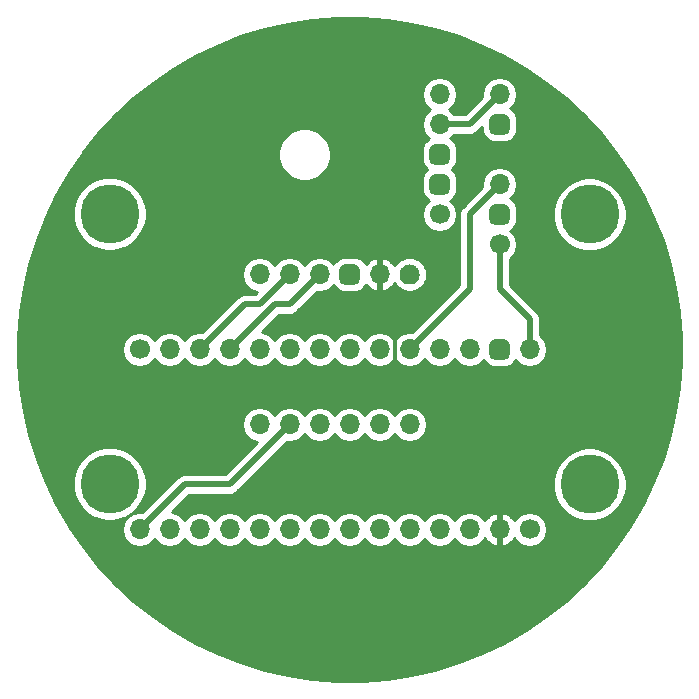
<source format=gtl>
G04 #@! TF.GenerationSoftware,KiCad,Pcbnew,5.1.5+dfsg1-2build2*
G04 #@! TF.CreationDate,2021-12-24T19:22:18+01:00*
G04 #@! TF.ProjectId,spinnybee-pcb,7370696e-6e79-4626-9565-2d7063622e6b,rev?*
G04 #@! TF.SameCoordinates,Original*
G04 #@! TF.FileFunction,Copper,L1,Top*
G04 #@! TF.FilePolarity,Positive*
%FSLAX46Y46*%
G04 Gerber Fmt 4.6, Leading zero omitted, Abs format (unit mm)*
G04 Created by KiCad (PCBNEW 5.1.5+dfsg1-2build2) date 2021-12-24 19:22:18*
%MOMM*%
%LPD*%
G04 APERTURE LIST*
%ADD10C,5.000000*%
%ADD11O,1.700000X1.700000*%
%ADD12C,0.100000*%
%ADD13C,1.700000*%
%ADD14C,0.300000*%
%ADD15C,0.500000*%
%ADD16C,0.254000*%
G04 APERTURE END LIST*
D10*
X66040000Y-63449000D03*
X106680000Y-63500000D03*
X66040000Y-40589000D03*
X106680000Y-40640000D03*
D11*
X99060000Y-30480000D03*
G04 #@! TA.AperFunction,ComponentPad*
D12*
G36*
X99526657Y-32172046D02*
G01*
X99567913Y-32178166D01*
X99608371Y-32188300D01*
X99647640Y-32202351D01*
X99685344Y-32220183D01*
X99721117Y-32241625D01*
X99754617Y-32266471D01*
X99785520Y-32294480D01*
X99813529Y-32325383D01*
X99838375Y-32358883D01*
X99859817Y-32394656D01*
X99877649Y-32432360D01*
X99891700Y-32471629D01*
X99901834Y-32512087D01*
X99907954Y-32553343D01*
X99910000Y-32595000D01*
X99910000Y-33445000D01*
X99907954Y-33486657D01*
X99901834Y-33527913D01*
X99891700Y-33568371D01*
X99877649Y-33607640D01*
X99859817Y-33645344D01*
X99838375Y-33681117D01*
X99813529Y-33714617D01*
X99785520Y-33745520D01*
X99754617Y-33773529D01*
X99721117Y-33798375D01*
X99685344Y-33819817D01*
X99647640Y-33837649D01*
X99608371Y-33851700D01*
X99567913Y-33861834D01*
X99526657Y-33867954D01*
X99485000Y-33870000D01*
X98635000Y-33870000D01*
X98593343Y-33867954D01*
X98552087Y-33861834D01*
X98511629Y-33851700D01*
X98472360Y-33837649D01*
X98434656Y-33819817D01*
X98398883Y-33798375D01*
X98365383Y-33773529D01*
X98334480Y-33745520D01*
X98306471Y-33714617D01*
X98281625Y-33681117D01*
X98260183Y-33645344D01*
X98242351Y-33607640D01*
X98228300Y-33568371D01*
X98218166Y-33527913D01*
X98212046Y-33486657D01*
X98210000Y-33445000D01*
X98210000Y-32595000D01*
X98212046Y-32553343D01*
X98218166Y-32512087D01*
X98228300Y-32471629D01*
X98242351Y-32432360D01*
X98260183Y-32394656D01*
X98281625Y-32358883D01*
X98306471Y-32325383D01*
X98334480Y-32294480D01*
X98365383Y-32266471D01*
X98398883Y-32241625D01*
X98434656Y-32220183D01*
X98472360Y-32202351D01*
X98511629Y-32188300D01*
X98552087Y-32178166D01*
X98593343Y-32172046D01*
X98635000Y-32170000D01*
X99485000Y-32170000D01*
X99526657Y-32172046D01*
G37*
G04 #@! TD.AperFunction*
D11*
X99060000Y-38100000D03*
G04 #@! TA.AperFunction,ComponentPad*
D12*
G36*
X99526657Y-39792046D02*
G01*
X99567913Y-39798166D01*
X99608371Y-39808300D01*
X99647640Y-39822351D01*
X99685344Y-39840183D01*
X99721117Y-39861625D01*
X99754617Y-39886471D01*
X99785520Y-39914480D01*
X99813529Y-39945383D01*
X99838375Y-39978883D01*
X99859817Y-40014656D01*
X99877649Y-40052360D01*
X99891700Y-40091629D01*
X99901834Y-40132087D01*
X99907954Y-40173343D01*
X99910000Y-40215000D01*
X99910000Y-41065000D01*
X99907954Y-41106657D01*
X99901834Y-41147913D01*
X99891700Y-41188371D01*
X99877649Y-41227640D01*
X99859817Y-41265344D01*
X99838375Y-41301117D01*
X99813529Y-41334617D01*
X99785520Y-41365520D01*
X99754617Y-41393529D01*
X99721117Y-41418375D01*
X99685344Y-41439817D01*
X99647640Y-41457649D01*
X99608371Y-41471700D01*
X99567913Y-41481834D01*
X99526657Y-41487954D01*
X99485000Y-41490000D01*
X98635000Y-41490000D01*
X98593343Y-41487954D01*
X98552087Y-41481834D01*
X98511629Y-41471700D01*
X98472360Y-41457649D01*
X98434656Y-41439817D01*
X98398883Y-41418375D01*
X98365383Y-41393529D01*
X98334480Y-41365520D01*
X98306471Y-41334617D01*
X98281625Y-41301117D01*
X98260183Y-41265344D01*
X98242351Y-41227640D01*
X98228300Y-41188371D01*
X98218166Y-41147913D01*
X98212046Y-41106657D01*
X98210000Y-41065000D01*
X98210000Y-40215000D01*
X98212046Y-40173343D01*
X98218166Y-40132087D01*
X98228300Y-40091629D01*
X98242351Y-40052360D01*
X98260183Y-40014656D01*
X98281625Y-39978883D01*
X98306471Y-39945383D01*
X98334480Y-39914480D01*
X98365383Y-39886471D01*
X98398883Y-39861625D01*
X98434656Y-39840183D01*
X98472360Y-39822351D01*
X98511629Y-39808300D01*
X98552087Y-39798166D01*
X98593343Y-39792046D01*
X98635000Y-39790000D01*
X99485000Y-39790000D01*
X99526657Y-39792046D01*
G37*
G04 #@! TD.AperFunction*
D13*
X99060000Y-43180000D03*
D11*
X93980000Y-30480000D03*
X93980000Y-33020000D03*
G04 #@! TA.AperFunction,ComponentPad*
D12*
G36*
X94446657Y-34712046D02*
G01*
X94487913Y-34718166D01*
X94528371Y-34728300D01*
X94567640Y-34742351D01*
X94605344Y-34760183D01*
X94641117Y-34781625D01*
X94674617Y-34806471D01*
X94705520Y-34834480D01*
X94733529Y-34865383D01*
X94758375Y-34898883D01*
X94779817Y-34934656D01*
X94797649Y-34972360D01*
X94811700Y-35011629D01*
X94821834Y-35052087D01*
X94827954Y-35093343D01*
X94830000Y-35135000D01*
X94830000Y-35985000D01*
X94827954Y-36026657D01*
X94821834Y-36067913D01*
X94811700Y-36108371D01*
X94797649Y-36147640D01*
X94779817Y-36185344D01*
X94758375Y-36221117D01*
X94733529Y-36254617D01*
X94705520Y-36285520D01*
X94674617Y-36313529D01*
X94641117Y-36338375D01*
X94605344Y-36359817D01*
X94567640Y-36377649D01*
X94528371Y-36391700D01*
X94487913Y-36401834D01*
X94446657Y-36407954D01*
X94405000Y-36410000D01*
X93555000Y-36410000D01*
X93513343Y-36407954D01*
X93472087Y-36401834D01*
X93431629Y-36391700D01*
X93392360Y-36377649D01*
X93354656Y-36359817D01*
X93318883Y-36338375D01*
X93285383Y-36313529D01*
X93254480Y-36285520D01*
X93226471Y-36254617D01*
X93201625Y-36221117D01*
X93180183Y-36185344D01*
X93162351Y-36147640D01*
X93148300Y-36108371D01*
X93138166Y-36067913D01*
X93132046Y-36026657D01*
X93130000Y-35985000D01*
X93130000Y-35135000D01*
X93132046Y-35093343D01*
X93138166Y-35052087D01*
X93148300Y-35011629D01*
X93162351Y-34972360D01*
X93180183Y-34934656D01*
X93201625Y-34898883D01*
X93226471Y-34865383D01*
X93254480Y-34834480D01*
X93285383Y-34806471D01*
X93318883Y-34781625D01*
X93354656Y-34760183D01*
X93392360Y-34742351D01*
X93431629Y-34728300D01*
X93472087Y-34718166D01*
X93513343Y-34712046D01*
X93555000Y-34710000D01*
X94405000Y-34710000D01*
X94446657Y-34712046D01*
G37*
G04 #@! TD.AperFunction*
G04 #@! TA.AperFunction,ComponentPad*
G36*
X94446657Y-37252046D02*
G01*
X94487913Y-37258166D01*
X94528371Y-37268300D01*
X94567640Y-37282351D01*
X94605344Y-37300183D01*
X94641117Y-37321625D01*
X94674617Y-37346471D01*
X94705520Y-37374480D01*
X94733529Y-37405383D01*
X94758375Y-37438883D01*
X94779817Y-37474656D01*
X94797649Y-37512360D01*
X94811700Y-37551629D01*
X94821834Y-37592087D01*
X94827954Y-37633343D01*
X94830000Y-37675000D01*
X94830000Y-38525000D01*
X94827954Y-38566657D01*
X94821834Y-38607913D01*
X94811700Y-38648371D01*
X94797649Y-38687640D01*
X94779817Y-38725344D01*
X94758375Y-38761117D01*
X94733529Y-38794617D01*
X94705520Y-38825520D01*
X94674617Y-38853529D01*
X94641117Y-38878375D01*
X94605344Y-38899817D01*
X94567640Y-38917649D01*
X94528371Y-38931700D01*
X94487913Y-38941834D01*
X94446657Y-38947954D01*
X94405000Y-38950000D01*
X93555000Y-38950000D01*
X93513343Y-38947954D01*
X93472087Y-38941834D01*
X93431629Y-38931700D01*
X93392360Y-38917649D01*
X93354656Y-38899817D01*
X93318883Y-38878375D01*
X93285383Y-38853529D01*
X93254480Y-38825520D01*
X93226471Y-38794617D01*
X93201625Y-38761117D01*
X93180183Y-38725344D01*
X93162351Y-38687640D01*
X93148300Y-38648371D01*
X93138166Y-38607913D01*
X93132046Y-38566657D01*
X93130000Y-38525000D01*
X93130000Y-37675000D01*
X93132046Y-37633343D01*
X93138166Y-37592087D01*
X93148300Y-37551629D01*
X93162351Y-37512360D01*
X93180183Y-37474656D01*
X93201625Y-37438883D01*
X93226471Y-37405383D01*
X93254480Y-37374480D01*
X93285383Y-37346471D01*
X93318883Y-37321625D01*
X93354656Y-37300183D01*
X93392360Y-37282351D01*
X93431629Y-37268300D01*
X93472087Y-37258166D01*
X93513343Y-37252046D01*
X93555000Y-37250000D01*
X94405000Y-37250000D01*
X94446657Y-37252046D01*
G37*
G04 #@! TD.AperFunction*
D13*
X93980000Y-40640000D03*
G04 #@! TA.AperFunction,ComponentPad*
D12*
G36*
X92280800Y-45844721D02*
G01*
X92264527Y-45926533D01*
X92240312Y-46006356D01*
X92208391Y-46083422D01*
X92169069Y-46156987D01*
X92122726Y-46226344D01*
X92069808Y-46290825D01*
X92010825Y-46349808D01*
X91946344Y-46402726D01*
X91876987Y-46449069D01*
X91803422Y-46488391D01*
X91726356Y-46520312D01*
X91646533Y-46544527D01*
X91564721Y-46560800D01*
X91481708Y-46568976D01*
X91398292Y-46568976D01*
X91315279Y-46560800D01*
X91233467Y-46544527D01*
X91153644Y-46520312D01*
X91076578Y-46488391D01*
X91003013Y-46449069D01*
X90933656Y-46402726D01*
X90869175Y-46349808D01*
X90810192Y-46290825D01*
X90757274Y-46226344D01*
X90710931Y-46156987D01*
X90671609Y-46083422D01*
X90639688Y-46006356D01*
X90615473Y-45926533D01*
X90599200Y-45844721D01*
X90591024Y-45761708D01*
X90591024Y-45678292D01*
X90599200Y-45595279D01*
X90615473Y-45513467D01*
X90639688Y-45433644D01*
X90671609Y-45356578D01*
X90710931Y-45283013D01*
X90757274Y-45213656D01*
X90810192Y-45149175D01*
X90869175Y-45090192D01*
X90933656Y-45037274D01*
X91003013Y-44990931D01*
X91076578Y-44951609D01*
X91153644Y-44919688D01*
X91233467Y-44895473D01*
X91315279Y-44879200D01*
X91398292Y-44871024D01*
X91481708Y-44871024D01*
X91564721Y-44879200D01*
X91646533Y-44895473D01*
X91726356Y-44919688D01*
X91803422Y-44951609D01*
X91876987Y-44990931D01*
X91946344Y-45037274D01*
X92010825Y-45090192D01*
X92069808Y-45149175D01*
X92122726Y-45213656D01*
X92169069Y-45283013D01*
X92208391Y-45356578D01*
X92240312Y-45433644D01*
X92264527Y-45513467D01*
X92280800Y-45595279D01*
X92288976Y-45678292D01*
X92288976Y-45761708D01*
X92280800Y-45844721D01*
G37*
G04 #@! TD.AperFunction*
D11*
X88900000Y-45720000D03*
G04 #@! TA.AperFunction,ComponentPad*
D12*
G36*
X86826657Y-44872046D02*
G01*
X86867913Y-44878166D01*
X86908371Y-44888300D01*
X86947640Y-44902351D01*
X86985344Y-44920183D01*
X87021117Y-44941625D01*
X87054617Y-44966471D01*
X87085520Y-44994480D01*
X87113529Y-45025383D01*
X87138375Y-45058883D01*
X87159817Y-45094656D01*
X87177649Y-45132360D01*
X87191700Y-45171629D01*
X87201834Y-45212087D01*
X87207954Y-45253343D01*
X87210000Y-45295000D01*
X87210000Y-46145000D01*
X87207954Y-46186657D01*
X87201834Y-46227913D01*
X87191700Y-46268371D01*
X87177649Y-46307640D01*
X87159817Y-46345344D01*
X87138375Y-46381117D01*
X87113529Y-46414617D01*
X87085520Y-46445520D01*
X87054617Y-46473529D01*
X87021117Y-46498375D01*
X86985344Y-46519817D01*
X86947640Y-46537649D01*
X86908371Y-46551700D01*
X86867913Y-46561834D01*
X86826657Y-46567954D01*
X86785000Y-46570000D01*
X85935000Y-46570000D01*
X85893343Y-46567954D01*
X85852087Y-46561834D01*
X85811629Y-46551700D01*
X85772360Y-46537649D01*
X85734656Y-46519817D01*
X85698883Y-46498375D01*
X85665383Y-46473529D01*
X85634480Y-46445520D01*
X85606471Y-46414617D01*
X85581625Y-46381117D01*
X85560183Y-46345344D01*
X85542351Y-46307640D01*
X85528300Y-46268371D01*
X85518166Y-46227913D01*
X85512046Y-46186657D01*
X85510000Y-46145000D01*
X85510000Y-45295000D01*
X85512046Y-45253343D01*
X85518166Y-45212087D01*
X85528300Y-45171629D01*
X85542351Y-45132360D01*
X85560183Y-45094656D01*
X85581625Y-45058883D01*
X85606471Y-45025383D01*
X85634480Y-44994480D01*
X85665383Y-44966471D01*
X85698883Y-44941625D01*
X85734656Y-44920183D01*
X85772360Y-44902351D01*
X85811629Y-44888300D01*
X85852087Y-44878166D01*
X85893343Y-44872046D01*
X85935000Y-44870000D01*
X86785000Y-44870000D01*
X86826657Y-44872046D01*
G37*
G04 #@! TD.AperFunction*
D11*
X83820000Y-45720000D03*
X81280000Y-45720000D03*
X78740000Y-45720000D03*
X78740000Y-58420000D03*
X81280000Y-58420000D03*
X83820000Y-58420000D03*
X86360000Y-58420000D03*
X88900000Y-58420000D03*
X91440000Y-58420000D03*
X101600000Y-52070000D03*
G04 #@! TA.AperFunction,ComponentPad*
D12*
G36*
X99526657Y-51222046D02*
G01*
X99567913Y-51228166D01*
X99608371Y-51238300D01*
X99647640Y-51252351D01*
X99685344Y-51270183D01*
X99721117Y-51291625D01*
X99754617Y-51316471D01*
X99785520Y-51344480D01*
X99813529Y-51375383D01*
X99838375Y-51408883D01*
X99859817Y-51444656D01*
X99877649Y-51482360D01*
X99891700Y-51521629D01*
X99901834Y-51562087D01*
X99907954Y-51603343D01*
X99910000Y-51645000D01*
X99910000Y-52495000D01*
X99907954Y-52536657D01*
X99901834Y-52577913D01*
X99891700Y-52618371D01*
X99877649Y-52657640D01*
X99859817Y-52695344D01*
X99838375Y-52731117D01*
X99813529Y-52764617D01*
X99785520Y-52795520D01*
X99754617Y-52823529D01*
X99721117Y-52848375D01*
X99685344Y-52869817D01*
X99647640Y-52887649D01*
X99608371Y-52901700D01*
X99567913Y-52911834D01*
X99526657Y-52917954D01*
X99485000Y-52920000D01*
X98635000Y-52920000D01*
X98593343Y-52917954D01*
X98552087Y-52911834D01*
X98511629Y-52901700D01*
X98472360Y-52887649D01*
X98434656Y-52869817D01*
X98398883Y-52848375D01*
X98365383Y-52823529D01*
X98334480Y-52795520D01*
X98306471Y-52764617D01*
X98281625Y-52731117D01*
X98260183Y-52695344D01*
X98242351Y-52657640D01*
X98228300Y-52618371D01*
X98218166Y-52577913D01*
X98212046Y-52536657D01*
X98210000Y-52495000D01*
X98210000Y-51645000D01*
X98212046Y-51603343D01*
X98218166Y-51562087D01*
X98228300Y-51521629D01*
X98242351Y-51482360D01*
X98260183Y-51444656D01*
X98281625Y-51408883D01*
X98306471Y-51375383D01*
X98334480Y-51344480D01*
X98365383Y-51316471D01*
X98398883Y-51291625D01*
X98434656Y-51270183D01*
X98472360Y-51252351D01*
X98511629Y-51238300D01*
X98552087Y-51228166D01*
X98593343Y-51222046D01*
X98635000Y-51220000D01*
X99485000Y-51220000D01*
X99526657Y-51222046D01*
G37*
G04 #@! TD.AperFunction*
D11*
X96520000Y-52070000D03*
X93980000Y-52070000D03*
X91440000Y-52070000D03*
X88900000Y-52070000D03*
X86360000Y-52070000D03*
X83820000Y-52070000D03*
X81280000Y-52070000D03*
X78740000Y-52070000D03*
X76200000Y-52070000D03*
X73660000Y-52070000D03*
X71120000Y-52070000D03*
D13*
X68580000Y-52070000D03*
D11*
X68580000Y-67310000D03*
X71120000Y-67310000D03*
X73660000Y-67310000D03*
X76200000Y-67310000D03*
X78740000Y-67310000D03*
X81280000Y-67310000D03*
X83820000Y-67310000D03*
X86360000Y-67310000D03*
X88900000Y-67310000D03*
X91440000Y-67310000D03*
X93980000Y-67310000D03*
X96520000Y-67310000D03*
X99060000Y-67310000D03*
D13*
X101600000Y-67310000D03*
D14*
X90170000Y-53340000D02*
X92710000Y-55880000D01*
X95250000Y-55880000D02*
X99060000Y-59690000D01*
X92710000Y-55880000D02*
X95250000Y-55880000D01*
X90170000Y-49530000D02*
X90170000Y-53340000D01*
X99060000Y-59690000D02*
X99060000Y-67310000D01*
X88900000Y-48260000D02*
X90170000Y-49530000D01*
X88900000Y-45720000D02*
X88900000Y-48260000D01*
D15*
X99060000Y-43180000D02*
X99060000Y-46990000D01*
X101600000Y-49530000D02*
X101600000Y-52070000D01*
X99060000Y-46990000D02*
X101600000Y-49530000D01*
X99060000Y-38100000D02*
X96520000Y-40640000D01*
X96520000Y-46990000D02*
X91440000Y-52070000D01*
X96520000Y-40640000D02*
X96520000Y-46990000D01*
X96520000Y-33020000D02*
X99060000Y-30480000D01*
X93980000Y-33020000D02*
X96520000Y-33020000D01*
X81280000Y-58420000D02*
X76200000Y-63500000D01*
X76200000Y-63500000D02*
X72390000Y-63500000D01*
X72390000Y-63500000D02*
X68580000Y-67310000D01*
X81280000Y-45720000D02*
X78740000Y-48260000D01*
X77470000Y-48260000D02*
X73660000Y-52070000D01*
X78740000Y-48260000D02*
X77470000Y-48260000D01*
X80010000Y-48260000D02*
X76200000Y-52070000D01*
X81280000Y-48260000D02*
X80010000Y-48260000D01*
X83820000Y-45720000D02*
X81280000Y-48260000D01*
D16*
G36*
X89503606Y-24169721D02*
G01*
X91579807Y-24482658D01*
X93626816Y-24949874D01*
X95633186Y-25568758D01*
X97587696Y-26335847D01*
X99479417Y-27246851D01*
X101297769Y-28296677D01*
X103032582Y-29479453D01*
X104674156Y-30788564D01*
X106213310Y-32216690D01*
X107641436Y-33755844D01*
X108950547Y-35397418D01*
X110133323Y-37132231D01*
X111183149Y-38950583D01*
X112094153Y-40842304D01*
X112861242Y-42796814D01*
X113480126Y-44803184D01*
X113947342Y-46850193D01*
X114260279Y-48926394D01*
X114417186Y-51020174D01*
X114417186Y-53119826D01*
X114260279Y-55213606D01*
X113947342Y-57289807D01*
X113480126Y-59336816D01*
X112861242Y-61343186D01*
X112094153Y-63297696D01*
X111183149Y-65189417D01*
X110133323Y-67007769D01*
X108950547Y-68742582D01*
X107641436Y-70384156D01*
X106213310Y-71923310D01*
X104674156Y-73351436D01*
X103032582Y-74660547D01*
X101297769Y-75843323D01*
X99479417Y-76893149D01*
X97587696Y-77804153D01*
X95633186Y-78571242D01*
X93626816Y-79190126D01*
X91579807Y-79657342D01*
X89503606Y-79970279D01*
X87409826Y-80127186D01*
X85310174Y-80127186D01*
X83216394Y-79970279D01*
X81140193Y-79657342D01*
X79093184Y-79190126D01*
X77086814Y-78571242D01*
X75132304Y-77804153D01*
X73240583Y-76893149D01*
X71422231Y-75843323D01*
X69687418Y-74660547D01*
X68045844Y-73351436D01*
X66506690Y-71923310D01*
X65078564Y-70384156D01*
X63769453Y-68742582D01*
X62693017Y-67163740D01*
X67095000Y-67163740D01*
X67095000Y-67456260D01*
X67152068Y-67743158D01*
X67264010Y-68013411D01*
X67426525Y-68256632D01*
X67633368Y-68463475D01*
X67876589Y-68625990D01*
X68146842Y-68737932D01*
X68433740Y-68795000D01*
X68726260Y-68795000D01*
X69013158Y-68737932D01*
X69283411Y-68625990D01*
X69526632Y-68463475D01*
X69733475Y-68256632D01*
X69850000Y-68082240D01*
X69966525Y-68256632D01*
X70173368Y-68463475D01*
X70416589Y-68625990D01*
X70686842Y-68737932D01*
X70973740Y-68795000D01*
X71266260Y-68795000D01*
X71553158Y-68737932D01*
X71823411Y-68625990D01*
X72066632Y-68463475D01*
X72273475Y-68256632D01*
X72390000Y-68082240D01*
X72506525Y-68256632D01*
X72713368Y-68463475D01*
X72956589Y-68625990D01*
X73226842Y-68737932D01*
X73513740Y-68795000D01*
X73806260Y-68795000D01*
X74093158Y-68737932D01*
X74363411Y-68625990D01*
X74606632Y-68463475D01*
X74813475Y-68256632D01*
X74930000Y-68082240D01*
X75046525Y-68256632D01*
X75253368Y-68463475D01*
X75496589Y-68625990D01*
X75766842Y-68737932D01*
X76053740Y-68795000D01*
X76346260Y-68795000D01*
X76633158Y-68737932D01*
X76903411Y-68625990D01*
X77146632Y-68463475D01*
X77353475Y-68256632D01*
X77470000Y-68082240D01*
X77586525Y-68256632D01*
X77793368Y-68463475D01*
X78036589Y-68625990D01*
X78306842Y-68737932D01*
X78593740Y-68795000D01*
X78886260Y-68795000D01*
X79173158Y-68737932D01*
X79443411Y-68625990D01*
X79686632Y-68463475D01*
X79893475Y-68256632D01*
X80010000Y-68082240D01*
X80126525Y-68256632D01*
X80333368Y-68463475D01*
X80576589Y-68625990D01*
X80846842Y-68737932D01*
X81133740Y-68795000D01*
X81426260Y-68795000D01*
X81713158Y-68737932D01*
X81983411Y-68625990D01*
X82226632Y-68463475D01*
X82433475Y-68256632D01*
X82550000Y-68082240D01*
X82666525Y-68256632D01*
X82873368Y-68463475D01*
X83116589Y-68625990D01*
X83386842Y-68737932D01*
X83673740Y-68795000D01*
X83966260Y-68795000D01*
X84253158Y-68737932D01*
X84523411Y-68625990D01*
X84766632Y-68463475D01*
X84973475Y-68256632D01*
X85090000Y-68082240D01*
X85206525Y-68256632D01*
X85413368Y-68463475D01*
X85656589Y-68625990D01*
X85926842Y-68737932D01*
X86213740Y-68795000D01*
X86506260Y-68795000D01*
X86793158Y-68737932D01*
X87063411Y-68625990D01*
X87306632Y-68463475D01*
X87513475Y-68256632D01*
X87630000Y-68082240D01*
X87746525Y-68256632D01*
X87953368Y-68463475D01*
X88196589Y-68625990D01*
X88466842Y-68737932D01*
X88753740Y-68795000D01*
X89046260Y-68795000D01*
X89333158Y-68737932D01*
X89603411Y-68625990D01*
X89846632Y-68463475D01*
X90053475Y-68256632D01*
X90170000Y-68082240D01*
X90286525Y-68256632D01*
X90493368Y-68463475D01*
X90736589Y-68625990D01*
X91006842Y-68737932D01*
X91293740Y-68795000D01*
X91586260Y-68795000D01*
X91873158Y-68737932D01*
X92143411Y-68625990D01*
X92386632Y-68463475D01*
X92593475Y-68256632D01*
X92710000Y-68082240D01*
X92826525Y-68256632D01*
X93033368Y-68463475D01*
X93276589Y-68625990D01*
X93546842Y-68737932D01*
X93833740Y-68795000D01*
X94126260Y-68795000D01*
X94413158Y-68737932D01*
X94683411Y-68625990D01*
X94926632Y-68463475D01*
X95133475Y-68256632D01*
X95250000Y-68082240D01*
X95366525Y-68256632D01*
X95573368Y-68463475D01*
X95816589Y-68625990D01*
X96086842Y-68737932D01*
X96373740Y-68795000D01*
X96666260Y-68795000D01*
X96953158Y-68737932D01*
X97223411Y-68625990D01*
X97466632Y-68463475D01*
X97673475Y-68256632D01*
X97795195Y-68074466D01*
X97864822Y-68191355D01*
X98059731Y-68407588D01*
X98293080Y-68581641D01*
X98555901Y-68706825D01*
X98703110Y-68751476D01*
X98933000Y-68630155D01*
X98933000Y-67437000D01*
X98913000Y-67437000D01*
X98913000Y-67183000D01*
X98933000Y-67183000D01*
X98933000Y-65989845D01*
X99187000Y-65989845D01*
X99187000Y-67183000D01*
X99207000Y-67183000D01*
X99207000Y-67437000D01*
X99187000Y-67437000D01*
X99187000Y-68630155D01*
X99416890Y-68751476D01*
X99564099Y-68706825D01*
X99826920Y-68581641D01*
X100060269Y-68407588D01*
X100255178Y-68191355D01*
X100324805Y-68074466D01*
X100446525Y-68256632D01*
X100653368Y-68463475D01*
X100896589Y-68625990D01*
X101166842Y-68737932D01*
X101453740Y-68795000D01*
X101746260Y-68795000D01*
X102033158Y-68737932D01*
X102303411Y-68625990D01*
X102546632Y-68463475D01*
X102753475Y-68256632D01*
X102915990Y-68013411D01*
X103027932Y-67743158D01*
X103085000Y-67456260D01*
X103085000Y-67163740D01*
X103027932Y-66876842D01*
X102915990Y-66606589D01*
X102753475Y-66363368D01*
X102546632Y-66156525D01*
X102303411Y-65994010D01*
X102033158Y-65882068D01*
X101746260Y-65825000D01*
X101453740Y-65825000D01*
X101166842Y-65882068D01*
X100896589Y-65994010D01*
X100653368Y-66156525D01*
X100446525Y-66363368D01*
X100324805Y-66545534D01*
X100255178Y-66428645D01*
X100060269Y-66212412D01*
X99826920Y-66038359D01*
X99564099Y-65913175D01*
X99416890Y-65868524D01*
X99187000Y-65989845D01*
X98933000Y-65989845D01*
X98703110Y-65868524D01*
X98555901Y-65913175D01*
X98293080Y-66038359D01*
X98059731Y-66212412D01*
X97864822Y-66428645D01*
X97795195Y-66545534D01*
X97673475Y-66363368D01*
X97466632Y-66156525D01*
X97223411Y-65994010D01*
X96953158Y-65882068D01*
X96666260Y-65825000D01*
X96373740Y-65825000D01*
X96086842Y-65882068D01*
X95816589Y-65994010D01*
X95573368Y-66156525D01*
X95366525Y-66363368D01*
X95250000Y-66537760D01*
X95133475Y-66363368D01*
X94926632Y-66156525D01*
X94683411Y-65994010D01*
X94413158Y-65882068D01*
X94126260Y-65825000D01*
X93833740Y-65825000D01*
X93546842Y-65882068D01*
X93276589Y-65994010D01*
X93033368Y-66156525D01*
X92826525Y-66363368D01*
X92710000Y-66537760D01*
X92593475Y-66363368D01*
X92386632Y-66156525D01*
X92143411Y-65994010D01*
X91873158Y-65882068D01*
X91586260Y-65825000D01*
X91293740Y-65825000D01*
X91006842Y-65882068D01*
X90736589Y-65994010D01*
X90493368Y-66156525D01*
X90286525Y-66363368D01*
X90170000Y-66537760D01*
X90053475Y-66363368D01*
X89846632Y-66156525D01*
X89603411Y-65994010D01*
X89333158Y-65882068D01*
X89046260Y-65825000D01*
X88753740Y-65825000D01*
X88466842Y-65882068D01*
X88196589Y-65994010D01*
X87953368Y-66156525D01*
X87746525Y-66363368D01*
X87630000Y-66537760D01*
X87513475Y-66363368D01*
X87306632Y-66156525D01*
X87063411Y-65994010D01*
X86793158Y-65882068D01*
X86506260Y-65825000D01*
X86213740Y-65825000D01*
X85926842Y-65882068D01*
X85656589Y-65994010D01*
X85413368Y-66156525D01*
X85206525Y-66363368D01*
X85090000Y-66537760D01*
X84973475Y-66363368D01*
X84766632Y-66156525D01*
X84523411Y-65994010D01*
X84253158Y-65882068D01*
X83966260Y-65825000D01*
X83673740Y-65825000D01*
X83386842Y-65882068D01*
X83116589Y-65994010D01*
X82873368Y-66156525D01*
X82666525Y-66363368D01*
X82550000Y-66537760D01*
X82433475Y-66363368D01*
X82226632Y-66156525D01*
X81983411Y-65994010D01*
X81713158Y-65882068D01*
X81426260Y-65825000D01*
X81133740Y-65825000D01*
X80846842Y-65882068D01*
X80576589Y-65994010D01*
X80333368Y-66156525D01*
X80126525Y-66363368D01*
X80010000Y-66537760D01*
X79893475Y-66363368D01*
X79686632Y-66156525D01*
X79443411Y-65994010D01*
X79173158Y-65882068D01*
X78886260Y-65825000D01*
X78593740Y-65825000D01*
X78306842Y-65882068D01*
X78036589Y-65994010D01*
X77793368Y-66156525D01*
X77586525Y-66363368D01*
X77470000Y-66537760D01*
X77353475Y-66363368D01*
X77146632Y-66156525D01*
X76903411Y-65994010D01*
X76633158Y-65882068D01*
X76346260Y-65825000D01*
X76053740Y-65825000D01*
X75766842Y-65882068D01*
X75496589Y-65994010D01*
X75253368Y-66156525D01*
X75046525Y-66363368D01*
X74930000Y-66537760D01*
X74813475Y-66363368D01*
X74606632Y-66156525D01*
X74363411Y-65994010D01*
X74093158Y-65882068D01*
X73806260Y-65825000D01*
X73513740Y-65825000D01*
X73226842Y-65882068D01*
X72956589Y-65994010D01*
X72713368Y-66156525D01*
X72506525Y-66363368D01*
X72390000Y-66537760D01*
X72273475Y-66363368D01*
X72066632Y-66156525D01*
X71823411Y-65994010D01*
X71553158Y-65882068D01*
X71308230Y-65833348D01*
X72756579Y-64385000D01*
X76156531Y-64385000D01*
X76200000Y-64389281D01*
X76243469Y-64385000D01*
X76243477Y-64385000D01*
X76373490Y-64372195D01*
X76540313Y-64321589D01*
X76694059Y-64239411D01*
X76828817Y-64128817D01*
X76856534Y-64095044D01*
X77760349Y-63191229D01*
X103545000Y-63191229D01*
X103545000Y-63808771D01*
X103665476Y-64414446D01*
X103901799Y-64984979D01*
X104244886Y-65498446D01*
X104681554Y-65935114D01*
X105195021Y-66278201D01*
X105765554Y-66514524D01*
X106371229Y-66635000D01*
X106988771Y-66635000D01*
X107594446Y-66514524D01*
X108164979Y-66278201D01*
X108678446Y-65935114D01*
X109115114Y-65498446D01*
X109458201Y-64984979D01*
X109694524Y-64414446D01*
X109815000Y-63808771D01*
X109815000Y-63191229D01*
X109694524Y-62585554D01*
X109458201Y-62015021D01*
X109115114Y-61501554D01*
X108678446Y-61064886D01*
X108164979Y-60721799D01*
X107594446Y-60485476D01*
X106988771Y-60365000D01*
X106371229Y-60365000D01*
X105765554Y-60485476D01*
X105195021Y-60721799D01*
X104681554Y-61064886D01*
X104244886Y-61501554D01*
X103901799Y-62015021D01*
X103665476Y-62585554D01*
X103545000Y-63191229D01*
X77760349Y-63191229D01*
X81061040Y-59890539D01*
X81133740Y-59905000D01*
X81426260Y-59905000D01*
X81713158Y-59847932D01*
X81983411Y-59735990D01*
X82226632Y-59573475D01*
X82433475Y-59366632D01*
X82550000Y-59192240D01*
X82666525Y-59366632D01*
X82873368Y-59573475D01*
X83116589Y-59735990D01*
X83386842Y-59847932D01*
X83673740Y-59905000D01*
X83966260Y-59905000D01*
X84253158Y-59847932D01*
X84523411Y-59735990D01*
X84766632Y-59573475D01*
X84973475Y-59366632D01*
X85090000Y-59192240D01*
X85206525Y-59366632D01*
X85413368Y-59573475D01*
X85656589Y-59735990D01*
X85926842Y-59847932D01*
X86213740Y-59905000D01*
X86506260Y-59905000D01*
X86793158Y-59847932D01*
X87063411Y-59735990D01*
X87306632Y-59573475D01*
X87513475Y-59366632D01*
X87630000Y-59192240D01*
X87746525Y-59366632D01*
X87953368Y-59573475D01*
X88196589Y-59735990D01*
X88466842Y-59847932D01*
X88753740Y-59905000D01*
X89046260Y-59905000D01*
X89333158Y-59847932D01*
X89603411Y-59735990D01*
X89846632Y-59573475D01*
X90053475Y-59366632D01*
X90170000Y-59192240D01*
X90286525Y-59366632D01*
X90493368Y-59573475D01*
X90736589Y-59735990D01*
X91006842Y-59847932D01*
X91293740Y-59905000D01*
X91586260Y-59905000D01*
X91873158Y-59847932D01*
X92143411Y-59735990D01*
X92386632Y-59573475D01*
X92593475Y-59366632D01*
X92755990Y-59123411D01*
X92867932Y-58853158D01*
X92925000Y-58566260D01*
X92925000Y-58273740D01*
X92867932Y-57986842D01*
X92755990Y-57716589D01*
X92593475Y-57473368D01*
X92386632Y-57266525D01*
X92143411Y-57104010D01*
X91873158Y-56992068D01*
X91586260Y-56935000D01*
X91293740Y-56935000D01*
X91006842Y-56992068D01*
X90736589Y-57104010D01*
X90493368Y-57266525D01*
X90286525Y-57473368D01*
X90170000Y-57647760D01*
X90053475Y-57473368D01*
X89846632Y-57266525D01*
X89603411Y-57104010D01*
X89333158Y-56992068D01*
X89046260Y-56935000D01*
X88753740Y-56935000D01*
X88466842Y-56992068D01*
X88196589Y-57104010D01*
X87953368Y-57266525D01*
X87746525Y-57473368D01*
X87630000Y-57647760D01*
X87513475Y-57473368D01*
X87306632Y-57266525D01*
X87063411Y-57104010D01*
X86793158Y-56992068D01*
X86506260Y-56935000D01*
X86213740Y-56935000D01*
X85926842Y-56992068D01*
X85656589Y-57104010D01*
X85413368Y-57266525D01*
X85206525Y-57473368D01*
X85090000Y-57647760D01*
X84973475Y-57473368D01*
X84766632Y-57266525D01*
X84523411Y-57104010D01*
X84253158Y-56992068D01*
X83966260Y-56935000D01*
X83673740Y-56935000D01*
X83386842Y-56992068D01*
X83116589Y-57104010D01*
X82873368Y-57266525D01*
X82666525Y-57473368D01*
X82550000Y-57647760D01*
X82433475Y-57473368D01*
X82226632Y-57266525D01*
X81983411Y-57104010D01*
X81713158Y-56992068D01*
X81426260Y-56935000D01*
X81133740Y-56935000D01*
X80846842Y-56992068D01*
X80576589Y-57104010D01*
X80333368Y-57266525D01*
X80126525Y-57473368D01*
X80010000Y-57647760D01*
X79893475Y-57473368D01*
X79686632Y-57266525D01*
X79443411Y-57104010D01*
X79173158Y-56992068D01*
X78886260Y-56935000D01*
X78593740Y-56935000D01*
X78306842Y-56992068D01*
X78036589Y-57104010D01*
X77793368Y-57266525D01*
X77586525Y-57473368D01*
X77424010Y-57716589D01*
X77312068Y-57986842D01*
X77255000Y-58273740D01*
X77255000Y-58566260D01*
X77312068Y-58853158D01*
X77424010Y-59123411D01*
X77586525Y-59366632D01*
X77793368Y-59573475D01*
X78036589Y-59735990D01*
X78306842Y-59847932D01*
X78551770Y-59896652D01*
X75833422Y-62615000D01*
X72433469Y-62615000D01*
X72390000Y-62610719D01*
X72346531Y-62615000D01*
X72346523Y-62615000D01*
X72216510Y-62627805D01*
X72049686Y-62678411D01*
X71895941Y-62760589D01*
X71794953Y-62843468D01*
X71794951Y-62843470D01*
X71761183Y-62871183D01*
X71733470Y-62904951D01*
X68798961Y-65839461D01*
X68726260Y-65825000D01*
X68433740Y-65825000D01*
X68146842Y-65882068D01*
X67876589Y-65994010D01*
X67633368Y-66156525D01*
X67426525Y-66363368D01*
X67264010Y-66606589D01*
X67152068Y-66876842D01*
X67095000Y-67163740D01*
X62693017Y-67163740D01*
X62586677Y-67007769D01*
X61536851Y-65189417D01*
X60625847Y-63297696D01*
X60564046Y-63140229D01*
X62905000Y-63140229D01*
X62905000Y-63757771D01*
X63025476Y-64363446D01*
X63261799Y-64933979D01*
X63604886Y-65447446D01*
X64041554Y-65884114D01*
X64555021Y-66227201D01*
X65125554Y-66463524D01*
X65731229Y-66584000D01*
X66348771Y-66584000D01*
X66954446Y-66463524D01*
X67524979Y-66227201D01*
X68038446Y-65884114D01*
X68475114Y-65447446D01*
X68818201Y-64933979D01*
X69054524Y-64363446D01*
X69175000Y-63757771D01*
X69175000Y-63140229D01*
X69054524Y-62534554D01*
X68818201Y-61964021D01*
X68475114Y-61450554D01*
X68038446Y-61013886D01*
X67524979Y-60670799D01*
X66954446Y-60434476D01*
X66348771Y-60314000D01*
X65731229Y-60314000D01*
X65125554Y-60434476D01*
X64555021Y-60670799D01*
X64041554Y-61013886D01*
X63604886Y-61450554D01*
X63261799Y-61964021D01*
X63025476Y-62534554D01*
X62905000Y-63140229D01*
X60564046Y-63140229D01*
X59858758Y-61343186D01*
X59239874Y-59336816D01*
X58772658Y-57289807D01*
X58459721Y-55213606D01*
X58302814Y-53119826D01*
X58302814Y-51923740D01*
X67095000Y-51923740D01*
X67095000Y-52216260D01*
X67152068Y-52503158D01*
X67264010Y-52773411D01*
X67426525Y-53016632D01*
X67633368Y-53223475D01*
X67876589Y-53385990D01*
X68146842Y-53497932D01*
X68433740Y-53555000D01*
X68726260Y-53555000D01*
X69013158Y-53497932D01*
X69283411Y-53385990D01*
X69526632Y-53223475D01*
X69733475Y-53016632D01*
X69850000Y-52842240D01*
X69966525Y-53016632D01*
X70173368Y-53223475D01*
X70416589Y-53385990D01*
X70686842Y-53497932D01*
X70973740Y-53555000D01*
X71266260Y-53555000D01*
X71553158Y-53497932D01*
X71823411Y-53385990D01*
X72066632Y-53223475D01*
X72273475Y-53016632D01*
X72390000Y-52842240D01*
X72506525Y-53016632D01*
X72713368Y-53223475D01*
X72956589Y-53385990D01*
X73226842Y-53497932D01*
X73513740Y-53555000D01*
X73806260Y-53555000D01*
X74093158Y-53497932D01*
X74363411Y-53385990D01*
X74606632Y-53223475D01*
X74813475Y-53016632D01*
X74930000Y-52842240D01*
X75046525Y-53016632D01*
X75253368Y-53223475D01*
X75496589Y-53385990D01*
X75766842Y-53497932D01*
X76053740Y-53555000D01*
X76346260Y-53555000D01*
X76633158Y-53497932D01*
X76903411Y-53385990D01*
X77146632Y-53223475D01*
X77353475Y-53016632D01*
X77470000Y-52842240D01*
X77586525Y-53016632D01*
X77793368Y-53223475D01*
X78036589Y-53385990D01*
X78306842Y-53497932D01*
X78593740Y-53555000D01*
X78886260Y-53555000D01*
X79173158Y-53497932D01*
X79443411Y-53385990D01*
X79686632Y-53223475D01*
X79893475Y-53016632D01*
X80010000Y-52842240D01*
X80126525Y-53016632D01*
X80333368Y-53223475D01*
X80576589Y-53385990D01*
X80846842Y-53497932D01*
X81133740Y-53555000D01*
X81426260Y-53555000D01*
X81713158Y-53497932D01*
X81983411Y-53385990D01*
X82226632Y-53223475D01*
X82433475Y-53016632D01*
X82550000Y-52842240D01*
X82666525Y-53016632D01*
X82873368Y-53223475D01*
X83116589Y-53385990D01*
X83386842Y-53497932D01*
X83673740Y-53555000D01*
X83966260Y-53555000D01*
X84253158Y-53497932D01*
X84523411Y-53385990D01*
X84766632Y-53223475D01*
X84973475Y-53016632D01*
X85090000Y-52842240D01*
X85206525Y-53016632D01*
X85413368Y-53223475D01*
X85656589Y-53385990D01*
X85926842Y-53497932D01*
X86213740Y-53555000D01*
X86506260Y-53555000D01*
X86793158Y-53497932D01*
X87063411Y-53385990D01*
X87306632Y-53223475D01*
X87513475Y-53016632D01*
X87630000Y-52842240D01*
X87746525Y-53016632D01*
X87953368Y-53223475D01*
X88196589Y-53385990D01*
X88466842Y-53497932D01*
X88753740Y-53555000D01*
X89046260Y-53555000D01*
X89333158Y-53497932D01*
X89603411Y-53385990D01*
X89846632Y-53223475D01*
X90053475Y-53016632D01*
X90170000Y-52842240D01*
X90286525Y-53016632D01*
X90493368Y-53223475D01*
X90736589Y-53385990D01*
X91006842Y-53497932D01*
X91293740Y-53555000D01*
X91586260Y-53555000D01*
X91873158Y-53497932D01*
X92143411Y-53385990D01*
X92386632Y-53223475D01*
X92593475Y-53016632D01*
X92710000Y-52842240D01*
X92826525Y-53016632D01*
X93033368Y-53223475D01*
X93276589Y-53385990D01*
X93546842Y-53497932D01*
X93833740Y-53555000D01*
X94126260Y-53555000D01*
X94413158Y-53497932D01*
X94683411Y-53385990D01*
X94926632Y-53223475D01*
X95133475Y-53016632D01*
X95250000Y-52842240D01*
X95366525Y-53016632D01*
X95573368Y-53223475D01*
X95816589Y-53385990D01*
X96086842Y-53497932D01*
X96373740Y-53555000D01*
X96666260Y-53555000D01*
X96953158Y-53497932D01*
X97223411Y-53385990D01*
X97466632Y-53223475D01*
X97673475Y-53016632D01*
X97696111Y-52982755D01*
X97751088Y-53085611D01*
X97883295Y-53246705D01*
X98044389Y-53378912D01*
X98228180Y-53477150D01*
X98427605Y-53537645D01*
X98635000Y-53558072D01*
X99485000Y-53558072D01*
X99692395Y-53537645D01*
X99891820Y-53477150D01*
X100075611Y-53378912D01*
X100236705Y-53246705D01*
X100368912Y-53085611D01*
X100423889Y-52982755D01*
X100446525Y-53016632D01*
X100653368Y-53223475D01*
X100896589Y-53385990D01*
X101166842Y-53497932D01*
X101453740Y-53555000D01*
X101746260Y-53555000D01*
X102033158Y-53497932D01*
X102303411Y-53385990D01*
X102546632Y-53223475D01*
X102753475Y-53016632D01*
X102915990Y-52773411D01*
X103027932Y-52503158D01*
X103085000Y-52216260D01*
X103085000Y-51923740D01*
X103027932Y-51636842D01*
X102915990Y-51366589D01*
X102753475Y-51123368D01*
X102546632Y-50916525D01*
X102485000Y-50875344D01*
X102485000Y-49573465D01*
X102489281Y-49529999D01*
X102485000Y-49486533D01*
X102485000Y-49486523D01*
X102472195Y-49356510D01*
X102421589Y-49189687D01*
X102339411Y-49035941D01*
X102228817Y-48901183D01*
X102195050Y-48873471D01*
X99945000Y-46623422D01*
X99945000Y-44374656D01*
X100006632Y-44333475D01*
X100213475Y-44126632D01*
X100375990Y-43883411D01*
X100487932Y-43613158D01*
X100545000Y-43326260D01*
X100545000Y-43033740D01*
X100487932Y-42746842D01*
X100375990Y-42476589D01*
X100213475Y-42233368D01*
X100006632Y-42026525D01*
X99972755Y-42003889D01*
X100075611Y-41948912D01*
X100236705Y-41816705D01*
X100368912Y-41655611D01*
X100467150Y-41471820D01*
X100527645Y-41272395D01*
X100548072Y-41065000D01*
X100548072Y-40331229D01*
X103545000Y-40331229D01*
X103545000Y-40948771D01*
X103665476Y-41554446D01*
X103901799Y-42124979D01*
X104244886Y-42638446D01*
X104681554Y-43075114D01*
X105195021Y-43418201D01*
X105765554Y-43654524D01*
X106371229Y-43775000D01*
X106988771Y-43775000D01*
X107594446Y-43654524D01*
X108164979Y-43418201D01*
X108678446Y-43075114D01*
X109115114Y-42638446D01*
X109458201Y-42124979D01*
X109694524Y-41554446D01*
X109815000Y-40948771D01*
X109815000Y-40331229D01*
X109694524Y-39725554D01*
X109458201Y-39155021D01*
X109115114Y-38641554D01*
X108678446Y-38204886D01*
X108164979Y-37861799D01*
X107594446Y-37625476D01*
X106988771Y-37505000D01*
X106371229Y-37505000D01*
X105765554Y-37625476D01*
X105195021Y-37861799D01*
X104681554Y-38204886D01*
X104244886Y-38641554D01*
X103901799Y-39155021D01*
X103665476Y-39725554D01*
X103545000Y-40331229D01*
X100548072Y-40331229D01*
X100548072Y-40215000D01*
X100527645Y-40007605D01*
X100467150Y-39808180D01*
X100368912Y-39624389D01*
X100236705Y-39463295D01*
X100075611Y-39331088D01*
X99972755Y-39276111D01*
X100006632Y-39253475D01*
X100213475Y-39046632D01*
X100375990Y-38803411D01*
X100487932Y-38533158D01*
X100545000Y-38246260D01*
X100545000Y-37953740D01*
X100487932Y-37666842D01*
X100375990Y-37396589D01*
X100213475Y-37153368D01*
X100006632Y-36946525D01*
X99763411Y-36784010D01*
X99493158Y-36672068D01*
X99206260Y-36615000D01*
X98913740Y-36615000D01*
X98626842Y-36672068D01*
X98356589Y-36784010D01*
X98113368Y-36946525D01*
X97906525Y-37153368D01*
X97744010Y-37396589D01*
X97632068Y-37666842D01*
X97575000Y-37953740D01*
X97575000Y-38246260D01*
X97589461Y-38318960D01*
X95924956Y-39983466D01*
X95891183Y-40011183D01*
X95780589Y-40145942D01*
X95698411Y-40299688D01*
X95647805Y-40466511D01*
X95635000Y-40596524D01*
X95635000Y-40596531D01*
X95630719Y-40640000D01*
X95635000Y-40683469D01*
X95635001Y-46623420D01*
X91658961Y-50599461D01*
X91586260Y-50585000D01*
X91293740Y-50585000D01*
X91006842Y-50642068D01*
X90736589Y-50754010D01*
X90493368Y-50916525D01*
X90286525Y-51123368D01*
X90170000Y-51297760D01*
X90053475Y-51123368D01*
X89846632Y-50916525D01*
X89603411Y-50754010D01*
X89333158Y-50642068D01*
X89046260Y-50585000D01*
X88753740Y-50585000D01*
X88466842Y-50642068D01*
X88196589Y-50754010D01*
X87953368Y-50916525D01*
X87746525Y-51123368D01*
X87630000Y-51297760D01*
X87513475Y-51123368D01*
X87306632Y-50916525D01*
X87063411Y-50754010D01*
X86793158Y-50642068D01*
X86506260Y-50585000D01*
X86213740Y-50585000D01*
X85926842Y-50642068D01*
X85656589Y-50754010D01*
X85413368Y-50916525D01*
X85206525Y-51123368D01*
X85090000Y-51297760D01*
X84973475Y-51123368D01*
X84766632Y-50916525D01*
X84523411Y-50754010D01*
X84253158Y-50642068D01*
X83966260Y-50585000D01*
X83673740Y-50585000D01*
X83386842Y-50642068D01*
X83116589Y-50754010D01*
X82873368Y-50916525D01*
X82666525Y-51123368D01*
X82550000Y-51297760D01*
X82433475Y-51123368D01*
X82226632Y-50916525D01*
X81983411Y-50754010D01*
X81713158Y-50642068D01*
X81426260Y-50585000D01*
X81133740Y-50585000D01*
X80846842Y-50642068D01*
X80576589Y-50754010D01*
X80333368Y-50916525D01*
X80126525Y-51123368D01*
X80010000Y-51297760D01*
X79893475Y-51123368D01*
X79686632Y-50916525D01*
X79443411Y-50754010D01*
X79173158Y-50642068D01*
X78928230Y-50593348D01*
X80376579Y-49145000D01*
X81236531Y-49145000D01*
X81280000Y-49149281D01*
X81323469Y-49145000D01*
X81323477Y-49145000D01*
X81453490Y-49132195D01*
X81620313Y-49081589D01*
X81774059Y-48999411D01*
X81908817Y-48888817D01*
X81936534Y-48855044D01*
X83601040Y-47190539D01*
X83673740Y-47205000D01*
X83966260Y-47205000D01*
X84253158Y-47147932D01*
X84523411Y-47035990D01*
X84766632Y-46873475D01*
X84973475Y-46666632D01*
X84996111Y-46632755D01*
X85051088Y-46735611D01*
X85183295Y-46896705D01*
X85344389Y-47028912D01*
X85528180Y-47127150D01*
X85727605Y-47187645D01*
X85935000Y-47208072D01*
X86785000Y-47208072D01*
X86992395Y-47187645D01*
X87191820Y-47127150D01*
X87375611Y-47028912D01*
X87536705Y-46896705D01*
X87668912Y-46735611D01*
X87727328Y-46626323D01*
X87899731Y-46817588D01*
X88133080Y-46991641D01*
X88395901Y-47116825D01*
X88543110Y-47161476D01*
X88773000Y-47040155D01*
X88773000Y-45847000D01*
X88753000Y-45847000D01*
X88753000Y-45593000D01*
X88773000Y-45593000D01*
X88773000Y-44399845D01*
X89027000Y-44399845D01*
X89027000Y-45593000D01*
X89047000Y-45593000D01*
X89047000Y-45847000D01*
X89027000Y-45847000D01*
X89027000Y-47040155D01*
X89256890Y-47161476D01*
X89404099Y-47116825D01*
X89666920Y-46991641D01*
X89900269Y-46817588D01*
X90095178Y-46601355D01*
X90165384Y-46483494D01*
X90252403Y-46613727D01*
X90331756Y-46710419D01*
X90449581Y-46828244D01*
X90546273Y-46907597D01*
X90684820Y-47000171D01*
X90795134Y-47059135D01*
X90949079Y-47122901D01*
X91068775Y-47159210D01*
X91232202Y-47191718D01*
X91356685Y-47203979D01*
X91523315Y-47203979D01*
X91647798Y-47191718D01*
X91811225Y-47159210D01*
X91930921Y-47122901D01*
X92084866Y-47059135D01*
X92195180Y-47000171D01*
X92333727Y-46907597D01*
X92430419Y-46828244D01*
X92548244Y-46710419D01*
X92627597Y-46613727D01*
X92720171Y-46475180D01*
X92779135Y-46364866D01*
X92842901Y-46210921D01*
X92879210Y-46091225D01*
X92911718Y-45927798D01*
X92923979Y-45803315D01*
X92923979Y-45636685D01*
X92911718Y-45512202D01*
X92879210Y-45348775D01*
X92842901Y-45229079D01*
X92779135Y-45075134D01*
X92720171Y-44964820D01*
X92627597Y-44826273D01*
X92548244Y-44729581D01*
X92430419Y-44611756D01*
X92333727Y-44532403D01*
X92195180Y-44439829D01*
X92084866Y-44380865D01*
X91930921Y-44317099D01*
X91811225Y-44280790D01*
X91647798Y-44248282D01*
X91523315Y-44236021D01*
X91356685Y-44236021D01*
X91232202Y-44248282D01*
X91068775Y-44280790D01*
X90949079Y-44317099D01*
X90795134Y-44380865D01*
X90684820Y-44439829D01*
X90546273Y-44532403D01*
X90449581Y-44611756D01*
X90331756Y-44729581D01*
X90252403Y-44826273D01*
X90165384Y-44956506D01*
X90095178Y-44838645D01*
X89900269Y-44622412D01*
X89666920Y-44448359D01*
X89404099Y-44323175D01*
X89256890Y-44278524D01*
X89027000Y-44399845D01*
X88773000Y-44399845D01*
X88543110Y-44278524D01*
X88395901Y-44323175D01*
X88133080Y-44448359D01*
X87899731Y-44622412D01*
X87727328Y-44813677D01*
X87668912Y-44704389D01*
X87536705Y-44543295D01*
X87375611Y-44411088D01*
X87191820Y-44312850D01*
X86992395Y-44252355D01*
X86785000Y-44231928D01*
X85935000Y-44231928D01*
X85727605Y-44252355D01*
X85528180Y-44312850D01*
X85344389Y-44411088D01*
X85183295Y-44543295D01*
X85051088Y-44704389D01*
X84996111Y-44807245D01*
X84973475Y-44773368D01*
X84766632Y-44566525D01*
X84523411Y-44404010D01*
X84253158Y-44292068D01*
X83966260Y-44235000D01*
X83673740Y-44235000D01*
X83386842Y-44292068D01*
X83116589Y-44404010D01*
X82873368Y-44566525D01*
X82666525Y-44773368D01*
X82550000Y-44947760D01*
X82433475Y-44773368D01*
X82226632Y-44566525D01*
X81983411Y-44404010D01*
X81713158Y-44292068D01*
X81426260Y-44235000D01*
X81133740Y-44235000D01*
X80846842Y-44292068D01*
X80576589Y-44404010D01*
X80333368Y-44566525D01*
X80126525Y-44773368D01*
X80010000Y-44947760D01*
X79893475Y-44773368D01*
X79686632Y-44566525D01*
X79443411Y-44404010D01*
X79173158Y-44292068D01*
X78886260Y-44235000D01*
X78593740Y-44235000D01*
X78306842Y-44292068D01*
X78036589Y-44404010D01*
X77793368Y-44566525D01*
X77586525Y-44773368D01*
X77424010Y-45016589D01*
X77312068Y-45286842D01*
X77255000Y-45573740D01*
X77255000Y-45866260D01*
X77312068Y-46153158D01*
X77424010Y-46423411D01*
X77586525Y-46666632D01*
X77793368Y-46873475D01*
X78036589Y-47035990D01*
X78306842Y-47147932D01*
X78551770Y-47196652D01*
X78373422Y-47375000D01*
X77513469Y-47375000D01*
X77470000Y-47370719D01*
X77426531Y-47375000D01*
X77426523Y-47375000D01*
X77296510Y-47387805D01*
X77129686Y-47438411D01*
X76975941Y-47520589D01*
X76874953Y-47603468D01*
X76874951Y-47603470D01*
X76841183Y-47631183D01*
X76813470Y-47664951D01*
X73878961Y-50599461D01*
X73806260Y-50585000D01*
X73513740Y-50585000D01*
X73226842Y-50642068D01*
X72956589Y-50754010D01*
X72713368Y-50916525D01*
X72506525Y-51123368D01*
X72390000Y-51297760D01*
X72273475Y-51123368D01*
X72066632Y-50916525D01*
X71823411Y-50754010D01*
X71553158Y-50642068D01*
X71266260Y-50585000D01*
X70973740Y-50585000D01*
X70686842Y-50642068D01*
X70416589Y-50754010D01*
X70173368Y-50916525D01*
X69966525Y-51123368D01*
X69850000Y-51297760D01*
X69733475Y-51123368D01*
X69526632Y-50916525D01*
X69283411Y-50754010D01*
X69013158Y-50642068D01*
X68726260Y-50585000D01*
X68433740Y-50585000D01*
X68146842Y-50642068D01*
X67876589Y-50754010D01*
X67633368Y-50916525D01*
X67426525Y-51123368D01*
X67264010Y-51366589D01*
X67152068Y-51636842D01*
X67095000Y-51923740D01*
X58302814Y-51923740D01*
X58302814Y-51020174D01*
X58459721Y-48926394D01*
X58772658Y-46850193D01*
X59239874Y-44803184D01*
X59858758Y-42796814D01*
X60625847Y-40842304D01*
X60896527Y-40280229D01*
X62905000Y-40280229D01*
X62905000Y-40897771D01*
X63025476Y-41503446D01*
X63261799Y-42073979D01*
X63604886Y-42587446D01*
X64041554Y-43024114D01*
X64555021Y-43367201D01*
X65125554Y-43603524D01*
X65731229Y-43724000D01*
X66348771Y-43724000D01*
X66954446Y-43603524D01*
X67524979Y-43367201D01*
X68038446Y-43024114D01*
X68475114Y-42587446D01*
X68818201Y-42073979D01*
X69054524Y-41503446D01*
X69175000Y-40897771D01*
X69175000Y-40280229D01*
X69054524Y-39674554D01*
X68818201Y-39104021D01*
X68475114Y-38590554D01*
X68038446Y-38153886D01*
X67524979Y-37810799D01*
X66954446Y-37574476D01*
X66348771Y-37454000D01*
X65731229Y-37454000D01*
X65125554Y-37574476D01*
X64555021Y-37810799D01*
X64041554Y-38153886D01*
X63604886Y-38590554D01*
X63261799Y-39104021D01*
X63025476Y-39674554D01*
X62905000Y-40280229D01*
X60896527Y-40280229D01*
X61536851Y-38950583D01*
X62586677Y-37132231D01*
X63769453Y-35397418D01*
X63815344Y-35339872D01*
X80315000Y-35339872D01*
X80315000Y-35780128D01*
X80400890Y-36211925D01*
X80569369Y-36618669D01*
X80813962Y-36984729D01*
X81125271Y-37296038D01*
X81491331Y-37540631D01*
X81898075Y-37709110D01*
X82329872Y-37795000D01*
X82770128Y-37795000D01*
X83201925Y-37709110D01*
X83608669Y-37540631D01*
X83974729Y-37296038D01*
X84286038Y-36984729D01*
X84530631Y-36618669D01*
X84699110Y-36211925D01*
X84785000Y-35780128D01*
X84785000Y-35339872D01*
X84744249Y-35135000D01*
X92491928Y-35135000D01*
X92491928Y-35985000D01*
X92512355Y-36192395D01*
X92572850Y-36391820D01*
X92671088Y-36575611D01*
X92803295Y-36736705D01*
X92916975Y-36830000D01*
X92803295Y-36923295D01*
X92671088Y-37084389D01*
X92572850Y-37268180D01*
X92512355Y-37467605D01*
X92491928Y-37675000D01*
X92491928Y-38525000D01*
X92512355Y-38732395D01*
X92572850Y-38931820D01*
X92671088Y-39115611D01*
X92803295Y-39276705D01*
X92964389Y-39408912D01*
X93067245Y-39463889D01*
X93033368Y-39486525D01*
X92826525Y-39693368D01*
X92664010Y-39936589D01*
X92552068Y-40206842D01*
X92495000Y-40493740D01*
X92495000Y-40786260D01*
X92552068Y-41073158D01*
X92664010Y-41343411D01*
X92826525Y-41586632D01*
X93033368Y-41793475D01*
X93276589Y-41955990D01*
X93546842Y-42067932D01*
X93833740Y-42125000D01*
X94126260Y-42125000D01*
X94413158Y-42067932D01*
X94683411Y-41955990D01*
X94926632Y-41793475D01*
X95133475Y-41586632D01*
X95295990Y-41343411D01*
X95407932Y-41073158D01*
X95465000Y-40786260D01*
X95465000Y-40493740D01*
X95407932Y-40206842D01*
X95295990Y-39936589D01*
X95133475Y-39693368D01*
X94926632Y-39486525D01*
X94892755Y-39463889D01*
X94995611Y-39408912D01*
X95156705Y-39276705D01*
X95288912Y-39115611D01*
X95387150Y-38931820D01*
X95447645Y-38732395D01*
X95468072Y-38525000D01*
X95468072Y-37675000D01*
X95447645Y-37467605D01*
X95387150Y-37268180D01*
X95288912Y-37084389D01*
X95156705Y-36923295D01*
X95043025Y-36830000D01*
X95156705Y-36736705D01*
X95288912Y-36575611D01*
X95387150Y-36391820D01*
X95447645Y-36192395D01*
X95468072Y-35985000D01*
X95468072Y-35135000D01*
X95447645Y-34927605D01*
X95387150Y-34728180D01*
X95288912Y-34544389D01*
X95156705Y-34383295D01*
X94995611Y-34251088D01*
X94892755Y-34196111D01*
X94926632Y-34173475D01*
X95133475Y-33966632D01*
X95174656Y-33905000D01*
X96476531Y-33905000D01*
X96520000Y-33909281D01*
X96563469Y-33905000D01*
X96563477Y-33905000D01*
X96693490Y-33892195D01*
X96860313Y-33841589D01*
X97014059Y-33759411D01*
X97148817Y-33648817D01*
X97176534Y-33615044D01*
X97571928Y-33219650D01*
X97571928Y-33445000D01*
X97592355Y-33652395D01*
X97652850Y-33851820D01*
X97751088Y-34035611D01*
X97883295Y-34196705D01*
X98044389Y-34328912D01*
X98228180Y-34427150D01*
X98427605Y-34487645D01*
X98635000Y-34508072D01*
X99485000Y-34508072D01*
X99692395Y-34487645D01*
X99891820Y-34427150D01*
X100075611Y-34328912D01*
X100236705Y-34196705D01*
X100368912Y-34035611D01*
X100467150Y-33851820D01*
X100527645Y-33652395D01*
X100548072Y-33445000D01*
X100548072Y-32595000D01*
X100527645Y-32387605D01*
X100467150Y-32188180D01*
X100368912Y-32004389D01*
X100236705Y-31843295D01*
X100075611Y-31711088D01*
X99972755Y-31656111D01*
X100006632Y-31633475D01*
X100213475Y-31426632D01*
X100375990Y-31183411D01*
X100487932Y-30913158D01*
X100545000Y-30626260D01*
X100545000Y-30333740D01*
X100487932Y-30046842D01*
X100375990Y-29776589D01*
X100213475Y-29533368D01*
X100006632Y-29326525D01*
X99763411Y-29164010D01*
X99493158Y-29052068D01*
X99206260Y-28995000D01*
X98913740Y-28995000D01*
X98626842Y-29052068D01*
X98356589Y-29164010D01*
X98113368Y-29326525D01*
X97906525Y-29533368D01*
X97744010Y-29776589D01*
X97632068Y-30046842D01*
X97575000Y-30333740D01*
X97575000Y-30626260D01*
X97589461Y-30698960D01*
X96153422Y-32135000D01*
X95174656Y-32135000D01*
X95133475Y-32073368D01*
X94926632Y-31866525D01*
X94752240Y-31750000D01*
X94926632Y-31633475D01*
X95133475Y-31426632D01*
X95295990Y-31183411D01*
X95407932Y-30913158D01*
X95465000Y-30626260D01*
X95465000Y-30333740D01*
X95407932Y-30046842D01*
X95295990Y-29776589D01*
X95133475Y-29533368D01*
X94926632Y-29326525D01*
X94683411Y-29164010D01*
X94413158Y-29052068D01*
X94126260Y-28995000D01*
X93833740Y-28995000D01*
X93546842Y-29052068D01*
X93276589Y-29164010D01*
X93033368Y-29326525D01*
X92826525Y-29533368D01*
X92664010Y-29776589D01*
X92552068Y-30046842D01*
X92495000Y-30333740D01*
X92495000Y-30626260D01*
X92552068Y-30913158D01*
X92664010Y-31183411D01*
X92826525Y-31426632D01*
X93033368Y-31633475D01*
X93207760Y-31750000D01*
X93033368Y-31866525D01*
X92826525Y-32073368D01*
X92664010Y-32316589D01*
X92552068Y-32586842D01*
X92495000Y-32873740D01*
X92495000Y-33166260D01*
X92552068Y-33453158D01*
X92664010Y-33723411D01*
X92826525Y-33966632D01*
X93033368Y-34173475D01*
X93067245Y-34196111D01*
X92964389Y-34251088D01*
X92803295Y-34383295D01*
X92671088Y-34544389D01*
X92572850Y-34728180D01*
X92512355Y-34927605D01*
X92491928Y-35135000D01*
X84744249Y-35135000D01*
X84699110Y-34908075D01*
X84530631Y-34501331D01*
X84286038Y-34135271D01*
X83974729Y-33823962D01*
X83608669Y-33579369D01*
X83201925Y-33410890D01*
X82770128Y-33325000D01*
X82329872Y-33325000D01*
X81898075Y-33410890D01*
X81491331Y-33579369D01*
X81125271Y-33823962D01*
X80813962Y-34135271D01*
X80569369Y-34501331D01*
X80400890Y-34908075D01*
X80315000Y-35339872D01*
X63815344Y-35339872D01*
X65078564Y-33755844D01*
X66506690Y-32216690D01*
X68045844Y-30788564D01*
X69687418Y-29479453D01*
X71422231Y-28296677D01*
X73240583Y-27246851D01*
X75132304Y-26335847D01*
X77086814Y-25568758D01*
X79093184Y-24949874D01*
X81140193Y-24482658D01*
X83216394Y-24169721D01*
X85310174Y-24012814D01*
X87409826Y-24012814D01*
X89503606Y-24169721D01*
G37*
X89503606Y-24169721D02*
X91579807Y-24482658D01*
X93626816Y-24949874D01*
X95633186Y-25568758D01*
X97587696Y-26335847D01*
X99479417Y-27246851D01*
X101297769Y-28296677D01*
X103032582Y-29479453D01*
X104674156Y-30788564D01*
X106213310Y-32216690D01*
X107641436Y-33755844D01*
X108950547Y-35397418D01*
X110133323Y-37132231D01*
X111183149Y-38950583D01*
X112094153Y-40842304D01*
X112861242Y-42796814D01*
X113480126Y-44803184D01*
X113947342Y-46850193D01*
X114260279Y-48926394D01*
X114417186Y-51020174D01*
X114417186Y-53119826D01*
X114260279Y-55213606D01*
X113947342Y-57289807D01*
X113480126Y-59336816D01*
X112861242Y-61343186D01*
X112094153Y-63297696D01*
X111183149Y-65189417D01*
X110133323Y-67007769D01*
X108950547Y-68742582D01*
X107641436Y-70384156D01*
X106213310Y-71923310D01*
X104674156Y-73351436D01*
X103032582Y-74660547D01*
X101297769Y-75843323D01*
X99479417Y-76893149D01*
X97587696Y-77804153D01*
X95633186Y-78571242D01*
X93626816Y-79190126D01*
X91579807Y-79657342D01*
X89503606Y-79970279D01*
X87409826Y-80127186D01*
X85310174Y-80127186D01*
X83216394Y-79970279D01*
X81140193Y-79657342D01*
X79093184Y-79190126D01*
X77086814Y-78571242D01*
X75132304Y-77804153D01*
X73240583Y-76893149D01*
X71422231Y-75843323D01*
X69687418Y-74660547D01*
X68045844Y-73351436D01*
X66506690Y-71923310D01*
X65078564Y-70384156D01*
X63769453Y-68742582D01*
X62693017Y-67163740D01*
X67095000Y-67163740D01*
X67095000Y-67456260D01*
X67152068Y-67743158D01*
X67264010Y-68013411D01*
X67426525Y-68256632D01*
X67633368Y-68463475D01*
X67876589Y-68625990D01*
X68146842Y-68737932D01*
X68433740Y-68795000D01*
X68726260Y-68795000D01*
X69013158Y-68737932D01*
X69283411Y-68625990D01*
X69526632Y-68463475D01*
X69733475Y-68256632D01*
X69850000Y-68082240D01*
X69966525Y-68256632D01*
X70173368Y-68463475D01*
X70416589Y-68625990D01*
X70686842Y-68737932D01*
X70973740Y-68795000D01*
X71266260Y-68795000D01*
X71553158Y-68737932D01*
X71823411Y-68625990D01*
X72066632Y-68463475D01*
X72273475Y-68256632D01*
X72390000Y-68082240D01*
X72506525Y-68256632D01*
X72713368Y-68463475D01*
X72956589Y-68625990D01*
X73226842Y-68737932D01*
X73513740Y-68795000D01*
X73806260Y-68795000D01*
X74093158Y-68737932D01*
X74363411Y-68625990D01*
X74606632Y-68463475D01*
X74813475Y-68256632D01*
X74930000Y-68082240D01*
X75046525Y-68256632D01*
X75253368Y-68463475D01*
X75496589Y-68625990D01*
X75766842Y-68737932D01*
X76053740Y-68795000D01*
X76346260Y-68795000D01*
X76633158Y-68737932D01*
X76903411Y-68625990D01*
X77146632Y-68463475D01*
X77353475Y-68256632D01*
X77470000Y-68082240D01*
X77586525Y-68256632D01*
X77793368Y-68463475D01*
X78036589Y-68625990D01*
X78306842Y-68737932D01*
X78593740Y-68795000D01*
X78886260Y-68795000D01*
X79173158Y-68737932D01*
X79443411Y-68625990D01*
X79686632Y-68463475D01*
X79893475Y-68256632D01*
X80010000Y-68082240D01*
X80126525Y-68256632D01*
X80333368Y-68463475D01*
X80576589Y-68625990D01*
X80846842Y-68737932D01*
X81133740Y-68795000D01*
X81426260Y-68795000D01*
X81713158Y-68737932D01*
X81983411Y-68625990D01*
X82226632Y-68463475D01*
X82433475Y-68256632D01*
X82550000Y-68082240D01*
X82666525Y-68256632D01*
X82873368Y-68463475D01*
X83116589Y-68625990D01*
X83386842Y-68737932D01*
X83673740Y-68795000D01*
X83966260Y-68795000D01*
X84253158Y-68737932D01*
X84523411Y-68625990D01*
X84766632Y-68463475D01*
X84973475Y-68256632D01*
X85090000Y-68082240D01*
X85206525Y-68256632D01*
X85413368Y-68463475D01*
X85656589Y-68625990D01*
X85926842Y-68737932D01*
X86213740Y-68795000D01*
X86506260Y-68795000D01*
X86793158Y-68737932D01*
X87063411Y-68625990D01*
X87306632Y-68463475D01*
X87513475Y-68256632D01*
X87630000Y-68082240D01*
X87746525Y-68256632D01*
X87953368Y-68463475D01*
X88196589Y-68625990D01*
X88466842Y-68737932D01*
X88753740Y-68795000D01*
X89046260Y-68795000D01*
X89333158Y-68737932D01*
X89603411Y-68625990D01*
X89846632Y-68463475D01*
X90053475Y-68256632D01*
X90170000Y-68082240D01*
X90286525Y-68256632D01*
X90493368Y-68463475D01*
X90736589Y-68625990D01*
X91006842Y-68737932D01*
X91293740Y-68795000D01*
X91586260Y-68795000D01*
X91873158Y-68737932D01*
X92143411Y-68625990D01*
X92386632Y-68463475D01*
X92593475Y-68256632D01*
X92710000Y-68082240D01*
X92826525Y-68256632D01*
X93033368Y-68463475D01*
X93276589Y-68625990D01*
X93546842Y-68737932D01*
X93833740Y-68795000D01*
X94126260Y-68795000D01*
X94413158Y-68737932D01*
X94683411Y-68625990D01*
X94926632Y-68463475D01*
X95133475Y-68256632D01*
X95250000Y-68082240D01*
X95366525Y-68256632D01*
X95573368Y-68463475D01*
X95816589Y-68625990D01*
X96086842Y-68737932D01*
X96373740Y-68795000D01*
X96666260Y-68795000D01*
X96953158Y-68737932D01*
X97223411Y-68625990D01*
X97466632Y-68463475D01*
X97673475Y-68256632D01*
X97795195Y-68074466D01*
X97864822Y-68191355D01*
X98059731Y-68407588D01*
X98293080Y-68581641D01*
X98555901Y-68706825D01*
X98703110Y-68751476D01*
X98933000Y-68630155D01*
X98933000Y-67437000D01*
X98913000Y-67437000D01*
X98913000Y-67183000D01*
X98933000Y-67183000D01*
X98933000Y-65989845D01*
X99187000Y-65989845D01*
X99187000Y-67183000D01*
X99207000Y-67183000D01*
X99207000Y-67437000D01*
X99187000Y-67437000D01*
X99187000Y-68630155D01*
X99416890Y-68751476D01*
X99564099Y-68706825D01*
X99826920Y-68581641D01*
X100060269Y-68407588D01*
X100255178Y-68191355D01*
X100324805Y-68074466D01*
X100446525Y-68256632D01*
X100653368Y-68463475D01*
X100896589Y-68625990D01*
X101166842Y-68737932D01*
X101453740Y-68795000D01*
X101746260Y-68795000D01*
X102033158Y-68737932D01*
X102303411Y-68625990D01*
X102546632Y-68463475D01*
X102753475Y-68256632D01*
X102915990Y-68013411D01*
X103027932Y-67743158D01*
X103085000Y-67456260D01*
X103085000Y-67163740D01*
X103027932Y-66876842D01*
X102915990Y-66606589D01*
X102753475Y-66363368D01*
X102546632Y-66156525D01*
X102303411Y-65994010D01*
X102033158Y-65882068D01*
X101746260Y-65825000D01*
X101453740Y-65825000D01*
X101166842Y-65882068D01*
X100896589Y-65994010D01*
X100653368Y-66156525D01*
X100446525Y-66363368D01*
X100324805Y-66545534D01*
X100255178Y-66428645D01*
X100060269Y-66212412D01*
X99826920Y-66038359D01*
X99564099Y-65913175D01*
X99416890Y-65868524D01*
X99187000Y-65989845D01*
X98933000Y-65989845D01*
X98703110Y-65868524D01*
X98555901Y-65913175D01*
X98293080Y-66038359D01*
X98059731Y-66212412D01*
X97864822Y-66428645D01*
X97795195Y-66545534D01*
X97673475Y-66363368D01*
X97466632Y-66156525D01*
X97223411Y-65994010D01*
X96953158Y-65882068D01*
X96666260Y-65825000D01*
X96373740Y-65825000D01*
X96086842Y-65882068D01*
X95816589Y-65994010D01*
X95573368Y-66156525D01*
X95366525Y-66363368D01*
X95250000Y-66537760D01*
X95133475Y-66363368D01*
X94926632Y-66156525D01*
X94683411Y-65994010D01*
X94413158Y-65882068D01*
X94126260Y-65825000D01*
X93833740Y-65825000D01*
X93546842Y-65882068D01*
X93276589Y-65994010D01*
X93033368Y-66156525D01*
X92826525Y-66363368D01*
X92710000Y-66537760D01*
X92593475Y-66363368D01*
X92386632Y-66156525D01*
X92143411Y-65994010D01*
X91873158Y-65882068D01*
X91586260Y-65825000D01*
X91293740Y-65825000D01*
X91006842Y-65882068D01*
X90736589Y-65994010D01*
X90493368Y-66156525D01*
X90286525Y-66363368D01*
X90170000Y-66537760D01*
X90053475Y-66363368D01*
X89846632Y-66156525D01*
X89603411Y-65994010D01*
X89333158Y-65882068D01*
X89046260Y-65825000D01*
X88753740Y-65825000D01*
X88466842Y-65882068D01*
X88196589Y-65994010D01*
X87953368Y-66156525D01*
X87746525Y-66363368D01*
X87630000Y-66537760D01*
X87513475Y-66363368D01*
X87306632Y-66156525D01*
X87063411Y-65994010D01*
X86793158Y-65882068D01*
X86506260Y-65825000D01*
X86213740Y-65825000D01*
X85926842Y-65882068D01*
X85656589Y-65994010D01*
X85413368Y-66156525D01*
X85206525Y-66363368D01*
X85090000Y-66537760D01*
X84973475Y-66363368D01*
X84766632Y-66156525D01*
X84523411Y-65994010D01*
X84253158Y-65882068D01*
X83966260Y-65825000D01*
X83673740Y-65825000D01*
X83386842Y-65882068D01*
X83116589Y-65994010D01*
X82873368Y-66156525D01*
X82666525Y-66363368D01*
X82550000Y-66537760D01*
X82433475Y-66363368D01*
X82226632Y-66156525D01*
X81983411Y-65994010D01*
X81713158Y-65882068D01*
X81426260Y-65825000D01*
X81133740Y-65825000D01*
X80846842Y-65882068D01*
X80576589Y-65994010D01*
X80333368Y-66156525D01*
X80126525Y-66363368D01*
X80010000Y-66537760D01*
X79893475Y-66363368D01*
X79686632Y-66156525D01*
X79443411Y-65994010D01*
X79173158Y-65882068D01*
X78886260Y-65825000D01*
X78593740Y-65825000D01*
X78306842Y-65882068D01*
X78036589Y-65994010D01*
X77793368Y-66156525D01*
X77586525Y-66363368D01*
X77470000Y-66537760D01*
X77353475Y-66363368D01*
X77146632Y-66156525D01*
X76903411Y-65994010D01*
X76633158Y-65882068D01*
X76346260Y-65825000D01*
X76053740Y-65825000D01*
X75766842Y-65882068D01*
X75496589Y-65994010D01*
X75253368Y-66156525D01*
X75046525Y-66363368D01*
X74930000Y-66537760D01*
X74813475Y-66363368D01*
X74606632Y-66156525D01*
X74363411Y-65994010D01*
X74093158Y-65882068D01*
X73806260Y-65825000D01*
X73513740Y-65825000D01*
X73226842Y-65882068D01*
X72956589Y-65994010D01*
X72713368Y-66156525D01*
X72506525Y-66363368D01*
X72390000Y-66537760D01*
X72273475Y-66363368D01*
X72066632Y-66156525D01*
X71823411Y-65994010D01*
X71553158Y-65882068D01*
X71308230Y-65833348D01*
X72756579Y-64385000D01*
X76156531Y-64385000D01*
X76200000Y-64389281D01*
X76243469Y-64385000D01*
X76243477Y-64385000D01*
X76373490Y-64372195D01*
X76540313Y-64321589D01*
X76694059Y-64239411D01*
X76828817Y-64128817D01*
X76856534Y-64095044D01*
X77760349Y-63191229D01*
X103545000Y-63191229D01*
X103545000Y-63808771D01*
X103665476Y-64414446D01*
X103901799Y-64984979D01*
X104244886Y-65498446D01*
X104681554Y-65935114D01*
X105195021Y-66278201D01*
X105765554Y-66514524D01*
X106371229Y-66635000D01*
X106988771Y-66635000D01*
X107594446Y-66514524D01*
X108164979Y-66278201D01*
X108678446Y-65935114D01*
X109115114Y-65498446D01*
X109458201Y-64984979D01*
X109694524Y-64414446D01*
X109815000Y-63808771D01*
X109815000Y-63191229D01*
X109694524Y-62585554D01*
X109458201Y-62015021D01*
X109115114Y-61501554D01*
X108678446Y-61064886D01*
X108164979Y-60721799D01*
X107594446Y-60485476D01*
X106988771Y-60365000D01*
X106371229Y-60365000D01*
X105765554Y-60485476D01*
X105195021Y-60721799D01*
X104681554Y-61064886D01*
X104244886Y-61501554D01*
X103901799Y-62015021D01*
X103665476Y-62585554D01*
X103545000Y-63191229D01*
X77760349Y-63191229D01*
X81061040Y-59890539D01*
X81133740Y-59905000D01*
X81426260Y-59905000D01*
X81713158Y-59847932D01*
X81983411Y-59735990D01*
X82226632Y-59573475D01*
X82433475Y-59366632D01*
X82550000Y-59192240D01*
X82666525Y-59366632D01*
X82873368Y-59573475D01*
X83116589Y-59735990D01*
X83386842Y-59847932D01*
X83673740Y-59905000D01*
X83966260Y-59905000D01*
X84253158Y-59847932D01*
X84523411Y-59735990D01*
X84766632Y-59573475D01*
X84973475Y-59366632D01*
X85090000Y-59192240D01*
X85206525Y-59366632D01*
X85413368Y-59573475D01*
X85656589Y-59735990D01*
X85926842Y-59847932D01*
X86213740Y-59905000D01*
X86506260Y-59905000D01*
X86793158Y-59847932D01*
X87063411Y-59735990D01*
X87306632Y-59573475D01*
X87513475Y-59366632D01*
X87630000Y-59192240D01*
X87746525Y-59366632D01*
X87953368Y-59573475D01*
X88196589Y-59735990D01*
X88466842Y-59847932D01*
X88753740Y-59905000D01*
X89046260Y-59905000D01*
X89333158Y-59847932D01*
X89603411Y-59735990D01*
X89846632Y-59573475D01*
X90053475Y-59366632D01*
X90170000Y-59192240D01*
X90286525Y-59366632D01*
X90493368Y-59573475D01*
X90736589Y-59735990D01*
X91006842Y-59847932D01*
X91293740Y-59905000D01*
X91586260Y-59905000D01*
X91873158Y-59847932D01*
X92143411Y-59735990D01*
X92386632Y-59573475D01*
X92593475Y-59366632D01*
X92755990Y-59123411D01*
X92867932Y-58853158D01*
X92925000Y-58566260D01*
X92925000Y-58273740D01*
X92867932Y-57986842D01*
X92755990Y-57716589D01*
X92593475Y-57473368D01*
X92386632Y-57266525D01*
X92143411Y-57104010D01*
X91873158Y-56992068D01*
X91586260Y-56935000D01*
X91293740Y-56935000D01*
X91006842Y-56992068D01*
X90736589Y-57104010D01*
X90493368Y-57266525D01*
X90286525Y-57473368D01*
X90170000Y-57647760D01*
X90053475Y-57473368D01*
X89846632Y-57266525D01*
X89603411Y-57104010D01*
X89333158Y-56992068D01*
X89046260Y-56935000D01*
X88753740Y-56935000D01*
X88466842Y-56992068D01*
X88196589Y-57104010D01*
X87953368Y-57266525D01*
X87746525Y-57473368D01*
X87630000Y-57647760D01*
X87513475Y-57473368D01*
X87306632Y-57266525D01*
X87063411Y-57104010D01*
X86793158Y-56992068D01*
X86506260Y-56935000D01*
X86213740Y-56935000D01*
X85926842Y-56992068D01*
X85656589Y-57104010D01*
X85413368Y-57266525D01*
X85206525Y-57473368D01*
X85090000Y-57647760D01*
X84973475Y-57473368D01*
X84766632Y-57266525D01*
X84523411Y-57104010D01*
X84253158Y-56992068D01*
X83966260Y-56935000D01*
X83673740Y-56935000D01*
X83386842Y-56992068D01*
X83116589Y-57104010D01*
X82873368Y-57266525D01*
X82666525Y-57473368D01*
X82550000Y-57647760D01*
X82433475Y-57473368D01*
X82226632Y-57266525D01*
X81983411Y-57104010D01*
X81713158Y-56992068D01*
X81426260Y-56935000D01*
X81133740Y-56935000D01*
X80846842Y-56992068D01*
X80576589Y-57104010D01*
X80333368Y-57266525D01*
X80126525Y-57473368D01*
X80010000Y-57647760D01*
X79893475Y-57473368D01*
X79686632Y-57266525D01*
X79443411Y-57104010D01*
X79173158Y-56992068D01*
X78886260Y-56935000D01*
X78593740Y-56935000D01*
X78306842Y-56992068D01*
X78036589Y-57104010D01*
X77793368Y-57266525D01*
X77586525Y-57473368D01*
X77424010Y-57716589D01*
X77312068Y-57986842D01*
X77255000Y-58273740D01*
X77255000Y-58566260D01*
X77312068Y-58853158D01*
X77424010Y-59123411D01*
X77586525Y-59366632D01*
X77793368Y-59573475D01*
X78036589Y-59735990D01*
X78306842Y-59847932D01*
X78551770Y-59896652D01*
X75833422Y-62615000D01*
X72433469Y-62615000D01*
X72390000Y-62610719D01*
X72346531Y-62615000D01*
X72346523Y-62615000D01*
X72216510Y-62627805D01*
X72049686Y-62678411D01*
X71895941Y-62760589D01*
X71794953Y-62843468D01*
X71794951Y-62843470D01*
X71761183Y-62871183D01*
X71733470Y-62904951D01*
X68798961Y-65839461D01*
X68726260Y-65825000D01*
X68433740Y-65825000D01*
X68146842Y-65882068D01*
X67876589Y-65994010D01*
X67633368Y-66156525D01*
X67426525Y-66363368D01*
X67264010Y-66606589D01*
X67152068Y-66876842D01*
X67095000Y-67163740D01*
X62693017Y-67163740D01*
X62586677Y-67007769D01*
X61536851Y-65189417D01*
X60625847Y-63297696D01*
X60564046Y-63140229D01*
X62905000Y-63140229D01*
X62905000Y-63757771D01*
X63025476Y-64363446D01*
X63261799Y-64933979D01*
X63604886Y-65447446D01*
X64041554Y-65884114D01*
X64555021Y-66227201D01*
X65125554Y-66463524D01*
X65731229Y-66584000D01*
X66348771Y-66584000D01*
X66954446Y-66463524D01*
X67524979Y-66227201D01*
X68038446Y-65884114D01*
X68475114Y-65447446D01*
X68818201Y-64933979D01*
X69054524Y-64363446D01*
X69175000Y-63757771D01*
X69175000Y-63140229D01*
X69054524Y-62534554D01*
X68818201Y-61964021D01*
X68475114Y-61450554D01*
X68038446Y-61013886D01*
X67524979Y-60670799D01*
X66954446Y-60434476D01*
X66348771Y-60314000D01*
X65731229Y-60314000D01*
X65125554Y-60434476D01*
X64555021Y-60670799D01*
X64041554Y-61013886D01*
X63604886Y-61450554D01*
X63261799Y-61964021D01*
X63025476Y-62534554D01*
X62905000Y-63140229D01*
X60564046Y-63140229D01*
X59858758Y-61343186D01*
X59239874Y-59336816D01*
X58772658Y-57289807D01*
X58459721Y-55213606D01*
X58302814Y-53119826D01*
X58302814Y-51923740D01*
X67095000Y-51923740D01*
X67095000Y-52216260D01*
X67152068Y-52503158D01*
X67264010Y-52773411D01*
X67426525Y-53016632D01*
X67633368Y-53223475D01*
X67876589Y-53385990D01*
X68146842Y-53497932D01*
X68433740Y-53555000D01*
X68726260Y-53555000D01*
X69013158Y-53497932D01*
X69283411Y-53385990D01*
X69526632Y-53223475D01*
X69733475Y-53016632D01*
X69850000Y-52842240D01*
X69966525Y-53016632D01*
X70173368Y-53223475D01*
X70416589Y-53385990D01*
X70686842Y-53497932D01*
X70973740Y-53555000D01*
X71266260Y-53555000D01*
X71553158Y-53497932D01*
X71823411Y-53385990D01*
X72066632Y-53223475D01*
X72273475Y-53016632D01*
X72390000Y-52842240D01*
X72506525Y-53016632D01*
X72713368Y-53223475D01*
X72956589Y-53385990D01*
X73226842Y-53497932D01*
X73513740Y-53555000D01*
X73806260Y-53555000D01*
X74093158Y-53497932D01*
X74363411Y-53385990D01*
X74606632Y-53223475D01*
X74813475Y-53016632D01*
X74930000Y-52842240D01*
X75046525Y-53016632D01*
X75253368Y-53223475D01*
X75496589Y-53385990D01*
X75766842Y-53497932D01*
X76053740Y-53555000D01*
X76346260Y-53555000D01*
X76633158Y-53497932D01*
X76903411Y-53385990D01*
X77146632Y-53223475D01*
X77353475Y-53016632D01*
X77470000Y-52842240D01*
X77586525Y-53016632D01*
X77793368Y-53223475D01*
X78036589Y-53385990D01*
X78306842Y-53497932D01*
X78593740Y-53555000D01*
X78886260Y-53555000D01*
X79173158Y-53497932D01*
X79443411Y-53385990D01*
X79686632Y-53223475D01*
X79893475Y-53016632D01*
X80010000Y-52842240D01*
X80126525Y-53016632D01*
X80333368Y-53223475D01*
X80576589Y-53385990D01*
X80846842Y-53497932D01*
X81133740Y-53555000D01*
X81426260Y-53555000D01*
X81713158Y-53497932D01*
X81983411Y-53385990D01*
X82226632Y-53223475D01*
X82433475Y-53016632D01*
X82550000Y-52842240D01*
X82666525Y-53016632D01*
X82873368Y-53223475D01*
X83116589Y-53385990D01*
X83386842Y-53497932D01*
X83673740Y-53555000D01*
X83966260Y-53555000D01*
X84253158Y-53497932D01*
X84523411Y-53385990D01*
X84766632Y-53223475D01*
X84973475Y-53016632D01*
X85090000Y-52842240D01*
X85206525Y-53016632D01*
X85413368Y-53223475D01*
X85656589Y-53385990D01*
X85926842Y-53497932D01*
X86213740Y-53555000D01*
X86506260Y-53555000D01*
X86793158Y-53497932D01*
X87063411Y-53385990D01*
X87306632Y-53223475D01*
X87513475Y-53016632D01*
X87630000Y-52842240D01*
X87746525Y-53016632D01*
X87953368Y-53223475D01*
X88196589Y-53385990D01*
X88466842Y-53497932D01*
X88753740Y-53555000D01*
X89046260Y-53555000D01*
X89333158Y-53497932D01*
X89603411Y-53385990D01*
X89846632Y-53223475D01*
X90053475Y-53016632D01*
X90170000Y-52842240D01*
X90286525Y-53016632D01*
X90493368Y-53223475D01*
X90736589Y-53385990D01*
X91006842Y-53497932D01*
X91293740Y-53555000D01*
X91586260Y-53555000D01*
X91873158Y-53497932D01*
X92143411Y-53385990D01*
X92386632Y-53223475D01*
X92593475Y-53016632D01*
X92710000Y-52842240D01*
X92826525Y-53016632D01*
X93033368Y-53223475D01*
X93276589Y-53385990D01*
X93546842Y-53497932D01*
X93833740Y-53555000D01*
X94126260Y-53555000D01*
X94413158Y-53497932D01*
X94683411Y-53385990D01*
X94926632Y-53223475D01*
X95133475Y-53016632D01*
X95250000Y-52842240D01*
X95366525Y-53016632D01*
X95573368Y-53223475D01*
X95816589Y-53385990D01*
X96086842Y-53497932D01*
X96373740Y-53555000D01*
X96666260Y-53555000D01*
X96953158Y-53497932D01*
X97223411Y-53385990D01*
X97466632Y-53223475D01*
X97673475Y-53016632D01*
X97696111Y-52982755D01*
X97751088Y-53085611D01*
X97883295Y-53246705D01*
X98044389Y-53378912D01*
X98228180Y-53477150D01*
X98427605Y-53537645D01*
X98635000Y-53558072D01*
X99485000Y-53558072D01*
X99692395Y-53537645D01*
X99891820Y-53477150D01*
X100075611Y-53378912D01*
X100236705Y-53246705D01*
X100368912Y-53085611D01*
X100423889Y-52982755D01*
X100446525Y-53016632D01*
X100653368Y-53223475D01*
X100896589Y-53385990D01*
X101166842Y-53497932D01*
X101453740Y-53555000D01*
X101746260Y-53555000D01*
X102033158Y-53497932D01*
X102303411Y-53385990D01*
X102546632Y-53223475D01*
X102753475Y-53016632D01*
X102915990Y-52773411D01*
X103027932Y-52503158D01*
X103085000Y-52216260D01*
X103085000Y-51923740D01*
X103027932Y-51636842D01*
X102915990Y-51366589D01*
X102753475Y-51123368D01*
X102546632Y-50916525D01*
X102485000Y-50875344D01*
X102485000Y-49573465D01*
X102489281Y-49529999D01*
X102485000Y-49486533D01*
X102485000Y-49486523D01*
X102472195Y-49356510D01*
X102421589Y-49189687D01*
X102339411Y-49035941D01*
X102228817Y-48901183D01*
X102195050Y-48873471D01*
X99945000Y-46623422D01*
X99945000Y-44374656D01*
X100006632Y-44333475D01*
X100213475Y-44126632D01*
X100375990Y-43883411D01*
X100487932Y-43613158D01*
X100545000Y-43326260D01*
X100545000Y-43033740D01*
X100487932Y-42746842D01*
X100375990Y-42476589D01*
X100213475Y-42233368D01*
X100006632Y-42026525D01*
X99972755Y-42003889D01*
X100075611Y-41948912D01*
X100236705Y-41816705D01*
X100368912Y-41655611D01*
X100467150Y-41471820D01*
X100527645Y-41272395D01*
X100548072Y-41065000D01*
X100548072Y-40331229D01*
X103545000Y-40331229D01*
X103545000Y-40948771D01*
X103665476Y-41554446D01*
X103901799Y-42124979D01*
X104244886Y-42638446D01*
X104681554Y-43075114D01*
X105195021Y-43418201D01*
X105765554Y-43654524D01*
X106371229Y-43775000D01*
X106988771Y-43775000D01*
X107594446Y-43654524D01*
X108164979Y-43418201D01*
X108678446Y-43075114D01*
X109115114Y-42638446D01*
X109458201Y-42124979D01*
X109694524Y-41554446D01*
X109815000Y-40948771D01*
X109815000Y-40331229D01*
X109694524Y-39725554D01*
X109458201Y-39155021D01*
X109115114Y-38641554D01*
X108678446Y-38204886D01*
X108164979Y-37861799D01*
X107594446Y-37625476D01*
X106988771Y-37505000D01*
X106371229Y-37505000D01*
X105765554Y-37625476D01*
X105195021Y-37861799D01*
X104681554Y-38204886D01*
X104244886Y-38641554D01*
X103901799Y-39155021D01*
X103665476Y-39725554D01*
X103545000Y-40331229D01*
X100548072Y-40331229D01*
X100548072Y-40215000D01*
X100527645Y-40007605D01*
X100467150Y-39808180D01*
X100368912Y-39624389D01*
X100236705Y-39463295D01*
X100075611Y-39331088D01*
X99972755Y-39276111D01*
X100006632Y-39253475D01*
X100213475Y-39046632D01*
X100375990Y-38803411D01*
X100487932Y-38533158D01*
X100545000Y-38246260D01*
X100545000Y-37953740D01*
X100487932Y-37666842D01*
X100375990Y-37396589D01*
X100213475Y-37153368D01*
X100006632Y-36946525D01*
X99763411Y-36784010D01*
X99493158Y-36672068D01*
X99206260Y-36615000D01*
X98913740Y-36615000D01*
X98626842Y-36672068D01*
X98356589Y-36784010D01*
X98113368Y-36946525D01*
X97906525Y-37153368D01*
X97744010Y-37396589D01*
X97632068Y-37666842D01*
X97575000Y-37953740D01*
X97575000Y-38246260D01*
X97589461Y-38318960D01*
X95924956Y-39983466D01*
X95891183Y-40011183D01*
X95780589Y-40145942D01*
X95698411Y-40299688D01*
X95647805Y-40466511D01*
X95635000Y-40596524D01*
X95635000Y-40596531D01*
X95630719Y-40640000D01*
X95635000Y-40683469D01*
X95635001Y-46623420D01*
X91658961Y-50599461D01*
X91586260Y-50585000D01*
X91293740Y-50585000D01*
X91006842Y-50642068D01*
X90736589Y-50754010D01*
X90493368Y-50916525D01*
X90286525Y-51123368D01*
X90170000Y-51297760D01*
X90053475Y-51123368D01*
X89846632Y-50916525D01*
X89603411Y-50754010D01*
X89333158Y-50642068D01*
X89046260Y-50585000D01*
X88753740Y-50585000D01*
X88466842Y-50642068D01*
X88196589Y-50754010D01*
X87953368Y-50916525D01*
X87746525Y-51123368D01*
X87630000Y-51297760D01*
X87513475Y-51123368D01*
X87306632Y-50916525D01*
X87063411Y-50754010D01*
X86793158Y-50642068D01*
X86506260Y-50585000D01*
X86213740Y-50585000D01*
X85926842Y-50642068D01*
X85656589Y-50754010D01*
X85413368Y-50916525D01*
X85206525Y-51123368D01*
X85090000Y-51297760D01*
X84973475Y-51123368D01*
X84766632Y-50916525D01*
X84523411Y-50754010D01*
X84253158Y-50642068D01*
X83966260Y-50585000D01*
X83673740Y-50585000D01*
X83386842Y-50642068D01*
X83116589Y-50754010D01*
X82873368Y-50916525D01*
X82666525Y-51123368D01*
X82550000Y-51297760D01*
X82433475Y-51123368D01*
X82226632Y-50916525D01*
X81983411Y-50754010D01*
X81713158Y-50642068D01*
X81426260Y-50585000D01*
X81133740Y-50585000D01*
X80846842Y-50642068D01*
X80576589Y-50754010D01*
X80333368Y-50916525D01*
X80126525Y-51123368D01*
X80010000Y-51297760D01*
X79893475Y-51123368D01*
X79686632Y-50916525D01*
X79443411Y-50754010D01*
X79173158Y-50642068D01*
X78928230Y-50593348D01*
X80376579Y-49145000D01*
X81236531Y-49145000D01*
X81280000Y-49149281D01*
X81323469Y-49145000D01*
X81323477Y-49145000D01*
X81453490Y-49132195D01*
X81620313Y-49081589D01*
X81774059Y-48999411D01*
X81908817Y-48888817D01*
X81936534Y-48855044D01*
X83601040Y-47190539D01*
X83673740Y-47205000D01*
X83966260Y-47205000D01*
X84253158Y-47147932D01*
X84523411Y-47035990D01*
X84766632Y-46873475D01*
X84973475Y-46666632D01*
X84996111Y-46632755D01*
X85051088Y-46735611D01*
X85183295Y-46896705D01*
X85344389Y-47028912D01*
X85528180Y-47127150D01*
X85727605Y-47187645D01*
X85935000Y-47208072D01*
X86785000Y-47208072D01*
X86992395Y-47187645D01*
X87191820Y-47127150D01*
X87375611Y-47028912D01*
X87536705Y-46896705D01*
X87668912Y-46735611D01*
X87727328Y-46626323D01*
X87899731Y-46817588D01*
X88133080Y-46991641D01*
X88395901Y-47116825D01*
X88543110Y-47161476D01*
X88773000Y-47040155D01*
X88773000Y-45847000D01*
X88753000Y-45847000D01*
X88753000Y-45593000D01*
X88773000Y-45593000D01*
X88773000Y-44399845D01*
X89027000Y-44399845D01*
X89027000Y-45593000D01*
X89047000Y-45593000D01*
X89047000Y-45847000D01*
X89027000Y-45847000D01*
X89027000Y-47040155D01*
X89256890Y-47161476D01*
X89404099Y-47116825D01*
X89666920Y-46991641D01*
X89900269Y-46817588D01*
X90095178Y-46601355D01*
X90165384Y-46483494D01*
X90252403Y-46613727D01*
X90331756Y-46710419D01*
X90449581Y-46828244D01*
X90546273Y-46907597D01*
X90684820Y-47000171D01*
X90795134Y-47059135D01*
X90949079Y-47122901D01*
X91068775Y-47159210D01*
X91232202Y-47191718D01*
X91356685Y-47203979D01*
X91523315Y-47203979D01*
X91647798Y-47191718D01*
X91811225Y-47159210D01*
X91930921Y-47122901D01*
X92084866Y-47059135D01*
X92195180Y-47000171D01*
X92333727Y-46907597D01*
X92430419Y-46828244D01*
X92548244Y-46710419D01*
X92627597Y-46613727D01*
X92720171Y-46475180D01*
X92779135Y-46364866D01*
X92842901Y-46210921D01*
X92879210Y-46091225D01*
X92911718Y-45927798D01*
X92923979Y-45803315D01*
X92923979Y-45636685D01*
X92911718Y-45512202D01*
X92879210Y-45348775D01*
X92842901Y-45229079D01*
X92779135Y-45075134D01*
X92720171Y-44964820D01*
X92627597Y-44826273D01*
X92548244Y-44729581D01*
X92430419Y-44611756D01*
X92333727Y-44532403D01*
X92195180Y-44439829D01*
X92084866Y-44380865D01*
X91930921Y-44317099D01*
X91811225Y-44280790D01*
X91647798Y-44248282D01*
X91523315Y-44236021D01*
X91356685Y-44236021D01*
X91232202Y-44248282D01*
X91068775Y-44280790D01*
X90949079Y-44317099D01*
X90795134Y-44380865D01*
X90684820Y-44439829D01*
X90546273Y-44532403D01*
X90449581Y-44611756D01*
X90331756Y-44729581D01*
X90252403Y-44826273D01*
X90165384Y-44956506D01*
X90095178Y-44838645D01*
X89900269Y-44622412D01*
X89666920Y-44448359D01*
X89404099Y-44323175D01*
X89256890Y-44278524D01*
X89027000Y-44399845D01*
X88773000Y-44399845D01*
X88543110Y-44278524D01*
X88395901Y-44323175D01*
X88133080Y-44448359D01*
X87899731Y-44622412D01*
X87727328Y-44813677D01*
X87668912Y-44704389D01*
X87536705Y-44543295D01*
X87375611Y-44411088D01*
X87191820Y-44312850D01*
X86992395Y-44252355D01*
X86785000Y-44231928D01*
X85935000Y-44231928D01*
X85727605Y-44252355D01*
X85528180Y-44312850D01*
X85344389Y-44411088D01*
X85183295Y-44543295D01*
X85051088Y-44704389D01*
X84996111Y-44807245D01*
X84973475Y-44773368D01*
X84766632Y-44566525D01*
X84523411Y-44404010D01*
X84253158Y-44292068D01*
X83966260Y-44235000D01*
X83673740Y-44235000D01*
X83386842Y-44292068D01*
X83116589Y-44404010D01*
X82873368Y-44566525D01*
X82666525Y-44773368D01*
X82550000Y-44947760D01*
X82433475Y-44773368D01*
X82226632Y-44566525D01*
X81983411Y-44404010D01*
X81713158Y-44292068D01*
X81426260Y-44235000D01*
X81133740Y-44235000D01*
X80846842Y-44292068D01*
X80576589Y-44404010D01*
X80333368Y-44566525D01*
X80126525Y-44773368D01*
X80010000Y-44947760D01*
X79893475Y-44773368D01*
X79686632Y-44566525D01*
X79443411Y-44404010D01*
X79173158Y-44292068D01*
X78886260Y-44235000D01*
X78593740Y-44235000D01*
X78306842Y-44292068D01*
X78036589Y-44404010D01*
X77793368Y-44566525D01*
X77586525Y-44773368D01*
X77424010Y-45016589D01*
X77312068Y-45286842D01*
X77255000Y-45573740D01*
X77255000Y-45866260D01*
X77312068Y-46153158D01*
X77424010Y-46423411D01*
X77586525Y-46666632D01*
X77793368Y-46873475D01*
X78036589Y-47035990D01*
X78306842Y-47147932D01*
X78551770Y-47196652D01*
X78373422Y-47375000D01*
X77513469Y-47375000D01*
X77470000Y-47370719D01*
X77426531Y-47375000D01*
X77426523Y-47375000D01*
X77296510Y-47387805D01*
X77129686Y-47438411D01*
X76975941Y-47520589D01*
X76874953Y-47603468D01*
X76874951Y-47603470D01*
X76841183Y-47631183D01*
X76813470Y-47664951D01*
X73878961Y-50599461D01*
X73806260Y-50585000D01*
X73513740Y-50585000D01*
X73226842Y-50642068D01*
X72956589Y-50754010D01*
X72713368Y-50916525D01*
X72506525Y-51123368D01*
X72390000Y-51297760D01*
X72273475Y-51123368D01*
X72066632Y-50916525D01*
X71823411Y-50754010D01*
X71553158Y-50642068D01*
X71266260Y-50585000D01*
X70973740Y-50585000D01*
X70686842Y-50642068D01*
X70416589Y-50754010D01*
X70173368Y-50916525D01*
X69966525Y-51123368D01*
X69850000Y-51297760D01*
X69733475Y-51123368D01*
X69526632Y-50916525D01*
X69283411Y-50754010D01*
X69013158Y-50642068D01*
X68726260Y-50585000D01*
X68433740Y-50585000D01*
X68146842Y-50642068D01*
X67876589Y-50754010D01*
X67633368Y-50916525D01*
X67426525Y-51123368D01*
X67264010Y-51366589D01*
X67152068Y-51636842D01*
X67095000Y-51923740D01*
X58302814Y-51923740D01*
X58302814Y-51020174D01*
X58459721Y-48926394D01*
X58772658Y-46850193D01*
X59239874Y-44803184D01*
X59858758Y-42796814D01*
X60625847Y-40842304D01*
X60896527Y-40280229D01*
X62905000Y-40280229D01*
X62905000Y-40897771D01*
X63025476Y-41503446D01*
X63261799Y-42073979D01*
X63604886Y-42587446D01*
X64041554Y-43024114D01*
X64555021Y-43367201D01*
X65125554Y-43603524D01*
X65731229Y-43724000D01*
X66348771Y-43724000D01*
X66954446Y-43603524D01*
X67524979Y-43367201D01*
X68038446Y-43024114D01*
X68475114Y-42587446D01*
X68818201Y-42073979D01*
X69054524Y-41503446D01*
X69175000Y-40897771D01*
X69175000Y-40280229D01*
X69054524Y-39674554D01*
X68818201Y-39104021D01*
X68475114Y-38590554D01*
X68038446Y-38153886D01*
X67524979Y-37810799D01*
X66954446Y-37574476D01*
X66348771Y-37454000D01*
X65731229Y-37454000D01*
X65125554Y-37574476D01*
X64555021Y-37810799D01*
X64041554Y-38153886D01*
X63604886Y-38590554D01*
X63261799Y-39104021D01*
X63025476Y-39674554D01*
X62905000Y-40280229D01*
X60896527Y-40280229D01*
X61536851Y-38950583D01*
X62586677Y-37132231D01*
X63769453Y-35397418D01*
X63815344Y-35339872D01*
X80315000Y-35339872D01*
X80315000Y-35780128D01*
X80400890Y-36211925D01*
X80569369Y-36618669D01*
X80813962Y-36984729D01*
X81125271Y-37296038D01*
X81491331Y-37540631D01*
X81898075Y-37709110D01*
X82329872Y-37795000D01*
X82770128Y-37795000D01*
X83201925Y-37709110D01*
X83608669Y-37540631D01*
X83974729Y-37296038D01*
X84286038Y-36984729D01*
X84530631Y-36618669D01*
X84699110Y-36211925D01*
X84785000Y-35780128D01*
X84785000Y-35339872D01*
X84744249Y-35135000D01*
X92491928Y-35135000D01*
X92491928Y-35985000D01*
X92512355Y-36192395D01*
X92572850Y-36391820D01*
X92671088Y-36575611D01*
X92803295Y-36736705D01*
X92916975Y-36830000D01*
X92803295Y-36923295D01*
X92671088Y-37084389D01*
X92572850Y-37268180D01*
X92512355Y-37467605D01*
X92491928Y-37675000D01*
X92491928Y-38525000D01*
X92512355Y-38732395D01*
X92572850Y-38931820D01*
X92671088Y-39115611D01*
X92803295Y-39276705D01*
X92964389Y-39408912D01*
X93067245Y-39463889D01*
X93033368Y-39486525D01*
X92826525Y-39693368D01*
X92664010Y-39936589D01*
X92552068Y-40206842D01*
X92495000Y-40493740D01*
X92495000Y-40786260D01*
X92552068Y-41073158D01*
X92664010Y-41343411D01*
X92826525Y-41586632D01*
X93033368Y-41793475D01*
X93276589Y-41955990D01*
X93546842Y-42067932D01*
X93833740Y-42125000D01*
X94126260Y-42125000D01*
X94413158Y-42067932D01*
X94683411Y-41955990D01*
X94926632Y-41793475D01*
X95133475Y-41586632D01*
X95295990Y-41343411D01*
X95407932Y-41073158D01*
X95465000Y-40786260D01*
X95465000Y-40493740D01*
X95407932Y-40206842D01*
X95295990Y-39936589D01*
X95133475Y-39693368D01*
X94926632Y-39486525D01*
X94892755Y-39463889D01*
X94995611Y-39408912D01*
X95156705Y-39276705D01*
X95288912Y-39115611D01*
X95387150Y-38931820D01*
X95447645Y-38732395D01*
X95468072Y-38525000D01*
X95468072Y-37675000D01*
X95447645Y-37467605D01*
X95387150Y-37268180D01*
X95288912Y-37084389D01*
X95156705Y-36923295D01*
X95043025Y-36830000D01*
X95156705Y-36736705D01*
X95288912Y-36575611D01*
X95387150Y-36391820D01*
X95447645Y-36192395D01*
X95468072Y-35985000D01*
X95468072Y-35135000D01*
X95447645Y-34927605D01*
X95387150Y-34728180D01*
X95288912Y-34544389D01*
X95156705Y-34383295D01*
X94995611Y-34251088D01*
X94892755Y-34196111D01*
X94926632Y-34173475D01*
X95133475Y-33966632D01*
X95174656Y-33905000D01*
X96476531Y-33905000D01*
X96520000Y-33909281D01*
X96563469Y-33905000D01*
X96563477Y-33905000D01*
X96693490Y-33892195D01*
X96860313Y-33841589D01*
X97014059Y-33759411D01*
X97148817Y-33648817D01*
X97176534Y-33615044D01*
X97571928Y-33219650D01*
X97571928Y-33445000D01*
X97592355Y-33652395D01*
X97652850Y-33851820D01*
X97751088Y-34035611D01*
X97883295Y-34196705D01*
X98044389Y-34328912D01*
X98228180Y-34427150D01*
X98427605Y-34487645D01*
X98635000Y-34508072D01*
X99485000Y-34508072D01*
X99692395Y-34487645D01*
X99891820Y-34427150D01*
X100075611Y-34328912D01*
X100236705Y-34196705D01*
X100368912Y-34035611D01*
X100467150Y-33851820D01*
X100527645Y-33652395D01*
X100548072Y-33445000D01*
X100548072Y-32595000D01*
X100527645Y-32387605D01*
X100467150Y-32188180D01*
X100368912Y-32004389D01*
X100236705Y-31843295D01*
X100075611Y-31711088D01*
X99972755Y-31656111D01*
X100006632Y-31633475D01*
X100213475Y-31426632D01*
X100375990Y-31183411D01*
X100487932Y-30913158D01*
X100545000Y-30626260D01*
X100545000Y-30333740D01*
X100487932Y-30046842D01*
X100375990Y-29776589D01*
X100213475Y-29533368D01*
X100006632Y-29326525D01*
X99763411Y-29164010D01*
X99493158Y-29052068D01*
X99206260Y-28995000D01*
X98913740Y-28995000D01*
X98626842Y-29052068D01*
X98356589Y-29164010D01*
X98113368Y-29326525D01*
X97906525Y-29533368D01*
X97744010Y-29776589D01*
X97632068Y-30046842D01*
X97575000Y-30333740D01*
X97575000Y-30626260D01*
X97589461Y-30698960D01*
X96153422Y-32135000D01*
X95174656Y-32135000D01*
X95133475Y-32073368D01*
X94926632Y-31866525D01*
X94752240Y-31750000D01*
X94926632Y-31633475D01*
X95133475Y-31426632D01*
X95295990Y-31183411D01*
X95407932Y-30913158D01*
X95465000Y-30626260D01*
X95465000Y-30333740D01*
X95407932Y-30046842D01*
X95295990Y-29776589D01*
X95133475Y-29533368D01*
X94926632Y-29326525D01*
X94683411Y-29164010D01*
X94413158Y-29052068D01*
X94126260Y-28995000D01*
X93833740Y-28995000D01*
X93546842Y-29052068D01*
X93276589Y-29164010D01*
X93033368Y-29326525D01*
X92826525Y-29533368D01*
X92664010Y-29776589D01*
X92552068Y-30046842D01*
X92495000Y-30333740D01*
X92495000Y-30626260D01*
X92552068Y-30913158D01*
X92664010Y-31183411D01*
X92826525Y-31426632D01*
X93033368Y-31633475D01*
X93207760Y-31750000D01*
X93033368Y-31866525D01*
X92826525Y-32073368D01*
X92664010Y-32316589D01*
X92552068Y-32586842D01*
X92495000Y-32873740D01*
X92495000Y-33166260D01*
X92552068Y-33453158D01*
X92664010Y-33723411D01*
X92826525Y-33966632D01*
X93033368Y-34173475D01*
X93067245Y-34196111D01*
X92964389Y-34251088D01*
X92803295Y-34383295D01*
X92671088Y-34544389D01*
X92572850Y-34728180D01*
X92512355Y-34927605D01*
X92491928Y-35135000D01*
X84744249Y-35135000D01*
X84699110Y-34908075D01*
X84530631Y-34501331D01*
X84286038Y-34135271D01*
X83974729Y-33823962D01*
X83608669Y-33579369D01*
X83201925Y-33410890D01*
X82770128Y-33325000D01*
X82329872Y-33325000D01*
X81898075Y-33410890D01*
X81491331Y-33579369D01*
X81125271Y-33823962D01*
X80813962Y-34135271D01*
X80569369Y-34501331D01*
X80400890Y-34908075D01*
X80315000Y-35339872D01*
X63815344Y-35339872D01*
X65078564Y-33755844D01*
X66506690Y-32216690D01*
X68045844Y-30788564D01*
X69687418Y-29479453D01*
X71422231Y-28296677D01*
X73240583Y-27246851D01*
X75132304Y-26335847D01*
X77086814Y-25568758D01*
X79093184Y-24949874D01*
X81140193Y-24482658D01*
X83216394Y-24169721D01*
X85310174Y-24012814D01*
X87409826Y-24012814D01*
X89503606Y-24169721D01*
M02*

</source>
